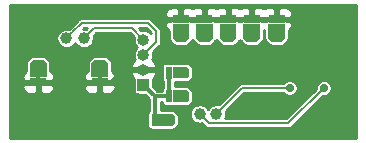
<source format=gbr>
G04 #@! TF.GenerationSoftware,KiCad,Pcbnew,(5.1.5)-3*
G04 #@! TF.CreationDate,2020-05-01T09:54:31-05:00*
G04 #@! TF.ProjectId,I2CSensors,49324353-656e-4736-9f72-732e6b696361,rev?*
G04 #@! TF.SameCoordinates,Original*
G04 #@! TF.FileFunction,Copper,L2,Bot*
G04 #@! TF.FilePolarity,Positive*
%FSLAX46Y46*%
G04 Gerber Fmt 4.6, Leading zero omitted, Abs format (unit mm)*
G04 Created by KiCad (PCBNEW (5.1.5)-3) date 2020-05-01 09:54:31*
%MOMM*%
%LPD*%
G04 APERTURE LIST*
%ADD10C,0.100000*%
%ADD11C,0.910000*%
%ADD12R,1.400000X0.800000*%
%ADD13O,1.000000X1.000000*%
%ADD14R,1.000000X1.000000*%
%ADD15R,0.600000X1.000000*%
%ADD16C,0.710000*%
%ADD17C,0.700000*%
%ADD18C,1.000000*%
%ADD19C,0.304800*%
%ADD20C,0.300000*%
%ADD21C,0.200000*%
%ADD22C,0.254000*%
G04 APERTURE END LIST*
D10*
G36*
X117900000Y-83800000D02*
G01*
X117900000Y-84700000D01*
X117600000Y-85000000D01*
X116800000Y-85000000D01*
X116500000Y-84700000D01*
X116500000Y-83800000D01*
X116500000Y-83500000D01*
X117200000Y-83500000D01*
X117900000Y-83500000D01*
X117900000Y-83800000D01*
G37*
G36*
X124000000Y-83800000D02*
G01*
X124000000Y-84700000D01*
X123700000Y-85000000D01*
X122900000Y-85000000D01*
X122600000Y-84700000D01*
X122600000Y-83800000D01*
X122600000Y-83500000D01*
X123300000Y-83500000D01*
X124000000Y-83500000D01*
X124000000Y-83800000D01*
G37*
G36*
X121900000Y-83800000D02*
G01*
X121900000Y-84700000D01*
X121600000Y-85000000D01*
X120800000Y-85000000D01*
X120500000Y-84700000D01*
X120500000Y-83800000D01*
X120500000Y-83500000D01*
X121200000Y-83500000D01*
X121900000Y-83500000D01*
X121900000Y-83800000D01*
G37*
G36*
X119900000Y-83800000D02*
G01*
X119900000Y-84700000D01*
X119600000Y-85000000D01*
X118800000Y-85000000D01*
X118500000Y-84700000D01*
X118500000Y-83800000D01*
X118500000Y-83500000D01*
X119200000Y-83500000D01*
X119900000Y-83500000D01*
X119900000Y-83800000D01*
G37*
G36*
X107632000Y-87708000D02*
G01*
X107632000Y-86808000D01*
X107932000Y-86508000D01*
X108732000Y-86508000D01*
X109032000Y-86808000D01*
X109032000Y-87708000D01*
X109032000Y-88008000D01*
X108332000Y-88008000D01*
X107632000Y-88008000D01*
X107632000Y-87708000D01*
G37*
G36*
X102432000Y-87708000D02*
G01*
X102432000Y-86808000D01*
X102732000Y-86508000D01*
X103532000Y-86508000D01*
X103832000Y-86808000D01*
X103832000Y-87708000D01*
X103832000Y-88008000D01*
X103132000Y-88008000D01*
X102432000Y-88008000D01*
X102432000Y-87708000D01*
G37*
G36*
X115900000Y-83800000D02*
G01*
X115900000Y-84700000D01*
X115600000Y-85000000D01*
X114800000Y-85000000D01*
X114500000Y-84700000D01*
X114500000Y-83800000D01*
X114500000Y-83500000D01*
X115200000Y-83500000D01*
X115900000Y-83500000D01*
X115900000Y-83800000D01*
G37*
G36*
X115700000Y-87100000D02*
G01*
X115900000Y-87300000D01*
X115900000Y-87900000D01*
X115700000Y-88100000D01*
X114500000Y-88100000D01*
X114500000Y-87100000D01*
X115700000Y-87100000D01*
G37*
G36*
X115700000Y-89100000D02*
G01*
X115900000Y-89300000D01*
X115900000Y-89900000D01*
X115700000Y-90100000D01*
X114500000Y-90100000D01*
X114500000Y-89100000D01*
X115700000Y-89100000D01*
G37*
G36*
X114500000Y-91100000D02*
G01*
X114700000Y-91300000D01*
X114700000Y-91900000D01*
X114500000Y-92100000D01*
X113300000Y-92100000D01*
X113300000Y-91100000D01*
X114500000Y-91100000D01*
G37*
D11*
X117200000Y-83900000D03*
X117200000Y-84300000D03*
D12*
X117200000Y-83100000D03*
D11*
X123300000Y-83900000D03*
X123300000Y-84300000D03*
D12*
X123300000Y-83100000D03*
D11*
X121200000Y-83900000D03*
X121200000Y-84300000D03*
D12*
X121200000Y-83100000D03*
D11*
X119200000Y-83900000D03*
X119200000Y-84300000D03*
D12*
X119200000Y-83100000D03*
D13*
X112032000Y-84817000D03*
X112032000Y-86087000D03*
X112032000Y-87357000D03*
D14*
X112032000Y-88627000D03*
D11*
X108332000Y-87608000D03*
X108332000Y-87208000D03*
D12*
X108332000Y-88408000D03*
D11*
X103132000Y-87608000D03*
X103132000Y-87208000D03*
D12*
X103132000Y-88408000D03*
D11*
X115200000Y-83900000D03*
X115200000Y-84300000D03*
D12*
X115200000Y-83100000D03*
D15*
X114200000Y-87600000D03*
D16*
X115375000Y-87600000D03*
X115025000Y-87600000D03*
D15*
X114200000Y-89600000D03*
D16*
X115375000Y-89600000D03*
X115025000Y-89600000D03*
D15*
X113000000Y-91600000D03*
D16*
X114175000Y-91600000D03*
X113825000Y-91600000D03*
D17*
X104000000Y-89700000D03*
D18*
X108500000Y-84700000D03*
X107000000Y-84700000D03*
X105500000Y-84700000D03*
D17*
X127300032Y-88900000D03*
D18*
X116800000Y-91099991D03*
D17*
X124400000Y-88900000D03*
D18*
X118200000Y-91100000D03*
D19*
X114200000Y-87600000D02*
X114200000Y-89600000D01*
X113005000Y-89600000D02*
X112032000Y-88627000D01*
X114200000Y-89600000D02*
X113005000Y-89600000D01*
D20*
X113000000Y-89605000D02*
X113005000Y-89600000D01*
X113000000Y-91600000D02*
X113000000Y-89605000D01*
D21*
X111324894Y-87357000D02*
X112032000Y-87357000D01*
X110283000Y-87357000D02*
X111324894Y-87357000D01*
X109232000Y-88408000D02*
X110283000Y-87357000D01*
X108332000Y-88408000D02*
X109232000Y-88408000D01*
X103132000Y-88408000D02*
X108332000Y-88408000D01*
X111157000Y-87357000D02*
X108500000Y-84700000D01*
X112032000Y-87357000D02*
X111157000Y-87357000D01*
X112032000Y-84817000D02*
X111064998Y-83849998D01*
X107499999Y-84200001D02*
X107000000Y-84700000D01*
X111064998Y-83849998D02*
X107850002Y-83849998D01*
X107850002Y-83849998D02*
X107499999Y-84200001D01*
X112400000Y-83400000D02*
X106800000Y-83400000D01*
X105999999Y-84200001D02*
X105500000Y-84700000D01*
X113100000Y-84100000D02*
X112400000Y-83400000D01*
X112032000Y-86087000D02*
X113100000Y-85019000D01*
X113100000Y-85019000D02*
X113100000Y-84100000D01*
X106800000Y-83400000D02*
X105999999Y-84200001D01*
X124300030Y-91900002D02*
X117600011Y-91900002D01*
X127300032Y-88900000D02*
X124300030Y-91900002D01*
X117600011Y-91900002D02*
X117299999Y-91599990D01*
X117299999Y-91599990D02*
X116800000Y-91099991D01*
X120400000Y-88900000D02*
X118699999Y-90600001D01*
X118699999Y-90600001D02*
X118200000Y-91100000D01*
X124400000Y-88900000D02*
X120400000Y-88900000D01*
D22*
G36*
X130044801Y-93144800D02*
G01*
X100755200Y-93144800D01*
X100755200Y-88808000D01*
X101793928Y-88808000D01*
X101806188Y-88932482D01*
X101842498Y-89052180D01*
X101901463Y-89162494D01*
X101980815Y-89259185D01*
X102077506Y-89338537D01*
X102187820Y-89397502D01*
X102307518Y-89433812D01*
X102432000Y-89446072D01*
X102846250Y-89443000D01*
X103005000Y-89284250D01*
X103005000Y-88535000D01*
X103259000Y-88535000D01*
X103259000Y-89284250D01*
X103417750Y-89443000D01*
X103832000Y-89446072D01*
X103956482Y-89433812D01*
X104076180Y-89397502D01*
X104186494Y-89338537D01*
X104283185Y-89259185D01*
X104362537Y-89162494D01*
X104421502Y-89052180D01*
X104457812Y-88932482D01*
X104470072Y-88808000D01*
X106993928Y-88808000D01*
X107006188Y-88932482D01*
X107042498Y-89052180D01*
X107101463Y-89162494D01*
X107180815Y-89259185D01*
X107277506Y-89338537D01*
X107387820Y-89397502D01*
X107507518Y-89433812D01*
X107632000Y-89446072D01*
X108046250Y-89443000D01*
X108205000Y-89284250D01*
X108205000Y-88535000D01*
X108459000Y-88535000D01*
X108459000Y-89284250D01*
X108617750Y-89443000D01*
X109032000Y-89446072D01*
X109156482Y-89433812D01*
X109276180Y-89397502D01*
X109386494Y-89338537D01*
X109483185Y-89259185D01*
X109562537Y-89162494D01*
X109621502Y-89052180D01*
X109657812Y-88932482D01*
X109670072Y-88808000D01*
X109667000Y-88693750D01*
X109508250Y-88535000D01*
X108459000Y-88535000D01*
X108205000Y-88535000D01*
X107155750Y-88535000D01*
X106997000Y-88693750D01*
X106993928Y-88808000D01*
X104470072Y-88808000D01*
X104467000Y-88693750D01*
X104308250Y-88535000D01*
X103259000Y-88535000D01*
X103005000Y-88535000D01*
X101955750Y-88535000D01*
X101797000Y-88693750D01*
X101793928Y-88808000D01*
X100755200Y-88808000D01*
X100755200Y-88008000D01*
X101793928Y-88008000D01*
X101797000Y-88122250D01*
X101955750Y-88281000D01*
X102246445Y-88281000D01*
X102246463Y-88281010D01*
X102247355Y-88281748D01*
X102274705Y-88296537D01*
X102301920Y-88311498D01*
X102303022Y-88311848D01*
X102304042Y-88312399D01*
X102333793Y-88321609D01*
X102363348Y-88330984D01*
X102364495Y-88331113D01*
X102365604Y-88331456D01*
X102396545Y-88334708D01*
X102427390Y-88338168D01*
X102429613Y-88338183D01*
X102429695Y-88338192D01*
X102429777Y-88338185D01*
X102432000Y-88338200D01*
X102843033Y-88338200D01*
X102902966Y-88363025D01*
X103054665Y-88393200D01*
X103209335Y-88393200D01*
X103361034Y-88363025D01*
X103420967Y-88338200D01*
X103832000Y-88338200D01*
X103862914Y-88335169D01*
X103893873Y-88332351D01*
X103894984Y-88332024D01*
X103896136Y-88331911D01*
X103925870Y-88322934D01*
X103955695Y-88314156D01*
X103956721Y-88313619D01*
X103957829Y-88313285D01*
X103985268Y-88298696D01*
X104012805Y-88284300D01*
X104013706Y-88283575D01*
X104014730Y-88283031D01*
X104017220Y-88281000D01*
X104308250Y-88281000D01*
X104467000Y-88122250D01*
X104470072Y-88008000D01*
X106993928Y-88008000D01*
X106997000Y-88122250D01*
X107155750Y-88281000D01*
X107446445Y-88281000D01*
X107446463Y-88281010D01*
X107447355Y-88281748D01*
X107474705Y-88296537D01*
X107501920Y-88311498D01*
X107503022Y-88311848D01*
X107504042Y-88312399D01*
X107533793Y-88321609D01*
X107563348Y-88330984D01*
X107564495Y-88331113D01*
X107565604Y-88331456D01*
X107596545Y-88334708D01*
X107627390Y-88338168D01*
X107629613Y-88338183D01*
X107629695Y-88338192D01*
X107629777Y-88338185D01*
X107632000Y-88338200D01*
X108043033Y-88338200D01*
X108102966Y-88363025D01*
X108254665Y-88393200D01*
X108409335Y-88393200D01*
X108561034Y-88363025D01*
X108620967Y-88338200D01*
X109032000Y-88338200D01*
X109062914Y-88335169D01*
X109093873Y-88332351D01*
X109094984Y-88332024D01*
X109096136Y-88331911D01*
X109125870Y-88322934D01*
X109155695Y-88314156D01*
X109156721Y-88313619D01*
X109157829Y-88313285D01*
X109185268Y-88298696D01*
X109212805Y-88284300D01*
X109213706Y-88283575D01*
X109214730Y-88283031D01*
X109217220Y-88281000D01*
X109508250Y-88281000D01*
X109667000Y-88122250D01*
X109670072Y-88008000D01*
X109657812Y-87883518D01*
X109621502Y-87763820D01*
X109565407Y-87658874D01*
X110937881Y-87658874D01*
X110954554Y-87713864D01*
X111044877Y-87917206D01*
X111173135Y-88099020D01*
X111200406Y-88124943D01*
X111200203Y-88127000D01*
X111200203Y-89127000D01*
X111206578Y-89191730D01*
X111225460Y-89253973D01*
X111256121Y-89311337D01*
X111297384Y-89361616D01*
X111347663Y-89402879D01*
X111405027Y-89433540D01*
X111467270Y-89452422D01*
X111532000Y-89458797D01*
X112181297Y-89458797D01*
X112519801Y-89797301D01*
X112519800Y-90821910D01*
X112515663Y-90824121D01*
X112465384Y-90865384D01*
X112424121Y-90915663D01*
X112393460Y-90973027D01*
X112374578Y-91035270D01*
X112368203Y-91100000D01*
X112368203Y-92100000D01*
X112374578Y-92164730D01*
X112393460Y-92226973D01*
X112424121Y-92284337D01*
X112465384Y-92334616D01*
X112515663Y-92375879D01*
X112573027Y-92406540D01*
X112635270Y-92425422D01*
X112700000Y-92431797D01*
X113300000Y-92431797D01*
X113316215Y-92430200D01*
X114500000Y-92430200D01*
X114530349Y-92427224D01*
X114560740Y-92424565D01*
X114562408Y-92424080D01*
X114564136Y-92423911D01*
X114593334Y-92415096D01*
X114622625Y-92406586D01*
X114624167Y-92405787D01*
X114625829Y-92405285D01*
X114652813Y-92390938D01*
X114679840Y-92376928D01*
X114681192Y-92375849D01*
X114682730Y-92375031D01*
X114706388Y-92355736D01*
X114730204Y-92336724D01*
X114732626Y-92334336D01*
X114732670Y-92334300D01*
X114732703Y-92334260D01*
X114733487Y-92333487D01*
X114933487Y-92133486D01*
X114952833Y-92109933D01*
X114972452Y-92086552D01*
X114973289Y-92085030D01*
X114974391Y-92083688D01*
X114988806Y-92056805D01*
X115003498Y-92030080D01*
X115004023Y-92028425D01*
X115004844Y-92026894D01*
X115013776Y-91997681D01*
X115022984Y-91968652D01*
X115023177Y-91966930D01*
X115023686Y-91965266D01*
X115026771Y-91934893D01*
X115030168Y-91904610D01*
X115030192Y-91901215D01*
X115030198Y-91901152D01*
X115030192Y-91901093D01*
X115030200Y-91900000D01*
X115030200Y-91300000D01*
X115027224Y-91269651D01*
X115024565Y-91239260D01*
X115024080Y-91237592D01*
X115023911Y-91235864D01*
X115015096Y-91206666D01*
X115006586Y-91177375D01*
X115005787Y-91175833D01*
X115005285Y-91174171D01*
X114990959Y-91147227D01*
X114976929Y-91120160D01*
X114975847Y-91118804D01*
X114975031Y-91117270D01*
X114955758Y-91093639D01*
X114936724Y-91069796D01*
X114934339Y-91067378D01*
X114934300Y-91067330D01*
X114934256Y-91067293D01*
X114933487Y-91066514D01*
X114885197Y-91018223D01*
X115969800Y-91018223D01*
X115969800Y-91181759D01*
X116001704Y-91342151D01*
X116064286Y-91493238D01*
X116155142Y-91629213D01*
X116270778Y-91744849D01*
X116406753Y-91835705D01*
X116557840Y-91898287D01*
X116718232Y-91930191D01*
X116881768Y-91930191D01*
X116998571Y-91906957D01*
X117010741Y-91919127D01*
X117010752Y-91919136D01*
X117280868Y-92189253D01*
X117294342Y-92205671D01*
X117359849Y-92259431D01*
X117434584Y-92299378D01*
X117515677Y-92323977D01*
X117578882Y-92330202D01*
X117578883Y-92330202D01*
X117600010Y-92332283D01*
X117621137Y-92330202D01*
X124278903Y-92330202D01*
X124300030Y-92332283D01*
X124321157Y-92330202D01*
X124321159Y-92330202D01*
X124384364Y-92323977D01*
X124465457Y-92299378D01*
X124540192Y-92259431D01*
X124605699Y-92205671D01*
X124619177Y-92189248D01*
X127229025Y-89579402D01*
X127233038Y-89580200D01*
X127367026Y-89580200D01*
X127498439Y-89554060D01*
X127622227Y-89502785D01*
X127733634Y-89428346D01*
X127828378Y-89333602D01*
X127902817Y-89222195D01*
X127954092Y-89098407D01*
X127980232Y-88966994D01*
X127980232Y-88833006D01*
X127954092Y-88701593D01*
X127902817Y-88577805D01*
X127828378Y-88466398D01*
X127733634Y-88371654D01*
X127622227Y-88297215D01*
X127498439Y-88245940D01*
X127367026Y-88219800D01*
X127233038Y-88219800D01*
X127101625Y-88245940D01*
X126977837Y-88297215D01*
X126866430Y-88371654D01*
X126771686Y-88466398D01*
X126697247Y-88577805D01*
X126645972Y-88701593D01*
X126619832Y-88833006D01*
X126619832Y-88966994D01*
X126620630Y-88971007D01*
X124121837Y-91469802D01*
X118945425Y-91469802D01*
X118998296Y-91342160D01*
X119030200Y-91181768D01*
X119030200Y-91018232D01*
X119006966Y-90901429D01*
X119019136Y-90889259D01*
X119019145Y-90889248D01*
X120578195Y-89330200D01*
X123869381Y-89330200D01*
X123871654Y-89333602D01*
X123966398Y-89428346D01*
X124077805Y-89502785D01*
X124201593Y-89554060D01*
X124333006Y-89580200D01*
X124466994Y-89580200D01*
X124598407Y-89554060D01*
X124722195Y-89502785D01*
X124833602Y-89428346D01*
X124928346Y-89333602D01*
X125002785Y-89222195D01*
X125054060Y-89098407D01*
X125080200Y-88966994D01*
X125080200Y-88833006D01*
X125054060Y-88701593D01*
X125002785Y-88577805D01*
X124928346Y-88466398D01*
X124833602Y-88371654D01*
X124722195Y-88297215D01*
X124598407Y-88245940D01*
X124466994Y-88219800D01*
X124333006Y-88219800D01*
X124201593Y-88245940D01*
X124077805Y-88297215D01*
X123966398Y-88371654D01*
X123871654Y-88466398D01*
X123869381Y-88469800D01*
X120421118Y-88469800D01*
X120399999Y-88467720D01*
X120378880Y-88469800D01*
X120378871Y-88469800D01*
X120315666Y-88476025D01*
X120234573Y-88500624D01*
X120159838Y-88540571D01*
X120094331Y-88594331D01*
X120080862Y-88610743D01*
X118410752Y-90280855D01*
X118410741Y-90280864D01*
X118398571Y-90293034D01*
X118281768Y-90269800D01*
X118118232Y-90269800D01*
X117957840Y-90301704D01*
X117806753Y-90364286D01*
X117670778Y-90455142D01*
X117555142Y-90570778D01*
X117500003Y-90653299D01*
X117444858Y-90570769D01*
X117329222Y-90455133D01*
X117193247Y-90364277D01*
X117042160Y-90301695D01*
X116881768Y-90269791D01*
X116718232Y-90269791D01*
X116557840Y-90301695D01*
X116406753Y-90364277D01*
X116270778Y-90455133D01*
X116155142Y-90570769D01*
X116064286Y-90706744D01*
X116001704Y-90857831D01*
X115969800Y-91018223D01*
X114885197Y-91018223D01*
X114733487Y-90866513D01*
X114709887Y-90847128D01*
X114686552Y-90827548D01*
X114685033Y-90826713D01*
X114683689Y-90825609D01*
X114656765Y-90811172D01*
X114630080Y-90796502D01*
X114628428Y-90795978D01*
X114626895Y-90795156D01*
X114597654Y-90786216D01*
X114568652Y-90777016D01*
X114566932Y-90776823D01*
X114565267Y-90776314D01*
X114534884Y-90773228D01*
X114504610Y-90769832D01*
X114501216Y-90769808D01*
X114501153Y-90769802D01*
X114501094Y-90769808D01*
X114500000Y-90769800D01*
X113480200Y-90769800D01*
X113480200Y-90082600D01*
X113568203Y-90082600D01*
X113568203Y-90100000D01*
X113574578Y-90164730D01*
X113593460Y-90226973D01*
X113624121Y-90284337D01*
X113665384Y-90334616D01*
X113715663Y-90375879D01*
X113773027Y-90406540D01*
X113835270Y-90425422D01*
X113900000Y-90431797D01*
X114500000Y-90431797D01*
X114516215Y-90430200D01*
X115700000Y-90430200D01*
X115730349Y-90427224D01*
X115760740Y-90424565D01*
X115762408Y-90424080D01*
X115764136Y-90423911D01*
X115793334Y-90415096D01*
X115822625Y-90406586D01*
X115824167Y-90405787D01*
X115825829Y-90405285D01*
X115852813Y-90390938D01*
X115879840Y-90376928D01*
X115881192Y-90375849D01*
X115882730Y-90375031D01*
X115906388Y-90355736D01*
X115930204Y-90336724D01*
X115932626Y-90334336D01*
X115932670Y-90334300D01*
X115932703Y-90334260D01*
X115933487Y-90333487D01*
X116133487Y-90133486D01*
X116152833Y-90109933D01*
X116172452Y-90086552D01*
X116173289Y-90085030D01*
X116174391Y-90083688D01*
X116188806Y-90056805D01*
X116203498Y-90030080D01*
X116204023Y-90028425D01*
X116204844Y-90026894D01*
X116213776Y-89997681D01*
X116222984Y-89968652D01*
X116223177Y-89966930D01*
X116223686Y-89965266D01*
X116226771Y-89934893D01*
X116230168Y-89904610D01*
X116230192Y-89901215D01*
X116230198Y-89901152D01*
X116230192Y-89901093D01*
X116230200Y-89900000D01*
X116230200Y-89300000D01*
X116227224Y-89269651D01*
X116224565Y-89239260D01*
X116224080Y-89237592D01*
X116223911Y-89235864D01*
X116215096Y-89206666D01*
X116206586Y-89177375D01*
X116205787Y-89175833D01*
X116205285Y-89174171D01*
X116190959Y-89147227D01*
X116176929Y-89120160D01*
X116175847Y-89118804D01*
X116175031Y-89117270D01*
X116155758Y-89093639D01*
X116136724Y-89069796D01*
X116134339Y-89067378D01*
X116134300Y-89067330D01*
X116134256Y-89067293D01*
X116133487Y-89066514D01*
X115933487Y-88866513D01*
X115909887Y-88847128D01*
X115886552Y-88827548D01*
X115885033Y-88826713D01*
X115883689Y-88825609D01*
X115856765Y-88811172D01*
X115830080Y-88796502D01*
X115828428Y-88795978D01*
X115826895Y-88795156D01*
X115797654Y-88786216D01*
X115768652Y-88777016D01*
X115766932Y-88776823D01*
X115765267Y-88776314D01*
X115734884Y-88773228D01*
X115704610Y-88769832D01*
X115701216Y-88769808D01*
X115701153Y-88769802D01*
X115701094Y-88769808D01*
X115700000Y-88769800D01*
X114682600Y-88769800D01*
X114682600Y-88430200D01*
X115700000Y-88430200D01*
X115730349Y-88427224D01*
X115760740Y-88424565D01*
X115762408Y-88424080D01*
X115764136Y-88423911D01*
X115793334Y-88415096D01*
X115822625Y-88406586D01*
X115824167Y-88405787D01*
X115825829Y-88405285D01*
X115852813Y-88390938D01*
X115879840Y-88376928D01*
X115881192Y-88375849D01*
X115882730Y-88375031D01*
X115906388Y-88355736D01*
X115930204Y-88336724D01*
X115932626Y-88334336D01*
X115932670Y-88334300D01*
X115932703Y-88334260D01*
X115933487Y-88333487D01*
X116133487Y-88133486D01*
X116152833Y-88109933D01*
X116172452Y-88086552D01*
X116173289Y-88085030D01*
X116174391Y-88083688D01*
X116188806Y-88056805D01*
X116203498Y-88030080D01*
X116204023Y-88028425D01*
X116204844Y-88026894D01*
X116213776Y-87997681D01*
X116222984Y-87968652D01*
X116223177Y-87966930D01*
X116223686Y-87965266D01*
X116226771Y-87934893D01*
X116230168Y-87904610D01*
X116230192Y-87901215D01*
X116230198Y-87901152D01*
X116230192Y-87901093D01*
X116230200Y-87900000D01*
X116230200Y-87300000D01*
X116227224Y-87269651D01*
X116224565Y-87239260D01*
X116224080Y-87237592D01*
X116223911Y-87235864D01*
X116215096Y-87206666D01*
X116206586Y-87177375D01*
X116205787Y-87175833D01*
X116205285Y-87174171D01*
X116190959Y-87147227D01*
X116176929Y-87120160D01*
X116175847Y-87118804D01*
X116175031Y-87117270D01*
X116155758Y-87093639D01*
X116136724Y-87069796D01*
X116134339Y-87067378D01*
X116134300Y-87067330D01*
X116134256Y-87067293D01*
X116133487Y-87066514D01*
X115933487Y-86866513D01*
X115909887Y-86847128D01*
X115886552Y-86827548D01*
X115885033Y-86826713D01*
X115883689Y-86825609D01*
X115856765Y-86811172D01*
X115830080Y-86796502D01*
X115828428Y-86795978D01*
X115826895Y-86795156D01*
X115797654Y-86786216D01*
X115768652Y-86777016D01*
X115766932Y-86776823D01*
X115765267Y-86776314D01*
X115734884Y-86773228D01*
X115704610Y-86769832D01*
X115701216Y-86769808D01*
X115701153Y-86769802D01*
X115701094Y-86769808D01*
X115700000Y-86769800D01*
X114516215Y-86769800D01*
X114500000Y-86768203D01*
X113900000Y-86768203D01*
X113835270Y-86774578D01*
X113773027Y-86793460D01*
X113715663Y-86824121D01*
X113665384Y-86865384D01*
X113624121Y-86915663D01*
X113593460Y-86973027D01*
X113574578Y-87035270D01*
X113568203Y-87100000D01*
X113568203Y-88100000D01*
X113574578Y-88164730D01*
X113593460Y-88226973D01*
X113624121Y-88284337D01*
X113665384Y-88334616D01*
X113715663Y-88375879D01*
X113717400Y-88376808D01*
X113717401Y-88823192D01*
X113715663Y-88824121D01*
X113665384Y-88865384D01*
X113624121Y-88915663D01*
X113593460Y-88973027D01*
X113574578Y-89035270D01*
X113568203Y-89100000D01*
X113568203Y-89117400D01*
X113204900Y-89117400D01*
X112863797Y-88776297D01*
X112863797Y-88127000D01*
X112863594Y-88124943D01*
X112890865Y-88099020D01*
X113019123Y-87917206D01*
X113109446Y-87713864D01*
X113126119Y-87658874D01*
X112999954Y-87484000D01*
X112159000Y-87484000D01*
X112159000Y-87504000D01*
X111905000Y-87504000D01*
X111905000Y-87484000D01*
X111064046Y-87484000D01*
X110937881Y-87658874D01*
X109565407Y-87658874D01*
X109562537Y-87653506D01*
X109483185Y-87556815D01*
X109386494Y-87477463D01*
X109362200Y-87464477D01*
X109362200Y-86808000D01*
X109359224Y-86777655D01*
X109356565Y-86747259D01*
X109356080Y-86745591D01*
X109355911Y-86743864D01*
X109347099Y-86714678D01*
X109338586Y-86685375D01*
X109337787Y-86683833D01*
X109337285Y-86682171D01*
X109322938Y-86655187D01*
X109308928Y-86628160D01*
X109307849Y-86626808D01*
X109307031Y-86625270D01*
X109287736Y-86601612D01*
X109268724Y-86577796D01*
X109266336Y-86575374D01*
X109266300Y-86575330D01*
X109266260Y-86575297D01*
X109265487Y-86574513D01*
X108965487Y-86274513D01*
X108941887Y-86255128D01*
X108918552Y-86235548D01*
X108917033Y-86234713D01*
X108915689Y-86233609D01*
X108888765Y-86219172D01*
X108862080Y-86204502D01*
X108860428Y-86203978D01*
X108858895Y-86203156D01*
X108829654Y-86194216D01*
X108800652Y-86185016D01*
X108798932Y-86184823D01*
X108797267Y-86184314D01*
X108766884Y-86181228D01*
X108736610Y-86177832D01*
X108733216Y-86177808D01*
X108733153Y-86177802D01*
X108733094Y-86177808D01*
X108732000Y-86177800D01*
X107932000Y-86177800D01*
X107901655Y-86180776D01*
X107871259Y-86183435D01*
X107869591Y-86183920D01*
X107867864Y-86184089D01*
X107838678Y-86192901D01*
X107809375Y-86201414D01*
X107807833Y-86202213D01*
X107806171Y-86202715D01*
X107779187Y-86217062D01*
X107752160Y-86231072D01*
X107750808Y-86232151D01*
X107749270Y-86232969D01*
X107725612Y-86252264D01*
X107701796Y-86271276D01*
X107699374Y-86273664D01*
X107699330Y-86273700D01*
X107699297Y-86273740D01*
X107698513Y-86274513D01*
X107398513Y-86574513D01*
X107379142Y-86598096D01*
X107359548Y-86621448D01*
X107358713Y-86622967D01*
X107357609Y-86624311D01*
X107343172Y-86651235D01*
X107328502Y-86677920D01*
X107327978Y-86679572D01*
X107327156Y-86681105D01*
X107318216Y-86710346D01*
X107309016Y-86739348D01*
X107308823Y-86741068D01*
X107308314Y-86742733D01*
X107305228Y-86773116D01*
X107301832Y-86803390D01*
X107301808Y-86806784D01*
X107301802Y-86806847D01*
X107301808Y-86806906D01*
X107301800Y-86808000D01*
X107301800Y-87464477D01*
X107277506Y-87477463D01*
X107180815Y-87556815D01*
X107101463Y-87653506D01*
X107042498Y-87763820D01*
X107006188Y-87883518D01*
X106993928Y-88008000D01*
X104470072Y-88008000D01*
X104457812Y-87883518D01*
X104421502Y-87763820D01*
X104362537Y-87653506D01*
X104283185Y-87556815D01*
X104186494Y-87477463D01*
X104162200Y-87464477D01*
X104162200Y-86808000D01*
X104159224Y-86777655D01*
X104156565Y-86747259D01*
X104156080Y-86745591D01*
X104155911Y-86743864D01*
X104147099Y-86714678D01*
X104138586Y-86685375D01*
X104137787Y-86683833D01*
X104137285Y-86682171D01*
X104122938Y-86655187D01*
X104108928Y-86628160D01*
X104107849Y-86626808D01*
X104107031Y-86625270D01*
X104087736Y-86601612D01*
X104068724Y-86577796D01*
X104066336Y-86575374D01*
X104066300Y-86575330D01*
X104066260Y-86575297D01*
X104065487Y-86574513D01*
X103765487Y-86274513D01*
X103741887Y-86255128D01*
X103718552Y-86235548D01*
X103717033Y-86234713D01*
X103715689Y-86233609D01*
X103688765Y-86219172D01*
X103662080Y-86204502D01*
X103660428Y-86203978D01*
X103658895Y-86203156D01*
X103629654Y-86194216D01*
X103600652Y-86185016D01*
X103598932Y-86184823D01*
X103597267Y-86184314D01*
X103566884Y-86181228D01*
X103536610Y-86177832D01*
X103533216Y-86177808D01*
X103533153Y-86177802D01*
X103533094Y-86177808D01*
X103532000Y-86177800D01*
X102732000Y-86177800D01*
X102701655Y-86180776D01*
X102671259Y-86183435D01*
X102669591Y-86183920D01*
X102667864Y-86184089D01*
X102638678Y-86192901D01*
X102609375Y-86201414D01*
X102607833Y-86202213D01*
X102606171Y-86202715D01*
X102579187Y-86217062D01*
X102552160Y-86231072D01*
X102550808Y-86232151D01*
X102549270Y-86232969D01*
X102525612Y-86252264D01*
X102501796Y-86271276D01*
X102499374Y-86273664D01*
X102499330Y-86273700D01*
X102499297Y-86273740D01*
X102498513Y-86274513D01*
X102198513Y-86574513D01*
X102179142Y-86598096D01*
X102159548Y-86621448D01*
X102158713Y-86622967D01*
X102157609Y-86624311D01*
X102143172Y-86651235D01*
X102128502Y-86677920D01*
X102127978Y-86679572D01*
X102127156Y-86681105D01*
X102118216Y-86710346D01*
X102109016Y-86739348D01*
X102108823Y-86741068D01*
X102108314Y-86742733D01*
X102105228Y-86773116D01*
X102101832Y-86803390D01*
X102101808Y-86806784D01*
X102101802Y-86806847D01*
X102101808Y-86806906D01*
X102101800Y-86808000D01*
X102101800Y-87464477D01*
X102077506Y-87477463D01*
X101980815Y-87556815D01*
X101901463Y-87653506D01*
X101842498Y-87763820D01*
X101806188Y-87883518D01*
X101793928Y-88008000D01*
X100755200Y-88008000D01*
X100755200Y-84618232D01*
X104669800Y-84618232D01*
X104669800Y-84781768D01*
X104701704Y-84942160D01*
X104764286Y-85093247D01*
X104855142Y-85229222D01*
X104970778Y-85344858D01*
X105106753Y-85435714D01*
X105257840Y-85498296D01*
X105418232Y-85530200D01*
X105581768Y-85530200D01*
X105742160Y-85498296D01*
X105893247Y-85435714D01*
X106029222Y-85344858D01*
X106144858Y-85229222D01*
X106235714Y-85093247D01*
X106250000Y-85058757D01*
X106264286Y-85093247D01*
X106355142Y-85229222D01*
X106470778Y-85344858D01*
X106606753Y-85435714D01*
X106757840Y-85498296D01*
X106918232Y-85530200D01*
X107081768Y-85530200D01*
X107242160Y-85498296D01*
X107393247Y-85435714D01*
X107529222Y-85344858D01*
X107644858Y-85229222D01*
X107735714Y-85093247D01*
X107798296Y-84942160D01*
X107830200Y-84781768D01*
X107830200Y-84618232D01*
X107806966Y-84501429D01*
X107819136Y-84489259D01*
X107819145Y-84489248D01*
X108028196Y-84280198D01*
X110886805Y-84280198D01*
X111225034Y-84618428D01*
X111201800Y-84735232D01*
X111201800Y-84898768D01*
X111233704Y-85059160D01*
X111296286Y-85210247D01*
X111387142Y-85346222D01*
X111492920Y-85452000D01*
X111387142Y-85557778D01*
X111296286Y-85693753D01*
X111233704Y-85844840D01*
X111201800Y-86005232D01*
X111201800Y-86168768D01*
X111233704Y-86329160D01*
X111296286Y-86480247D01*
X111303505Y-86491050D01*
X111173135Y-86614980D01*
X111044877Y-86796794D01*
X110954554Y-87000136D01*
X110937881Y-87055126D01*
X111064046Y-87230000D01*
X111905000Y-87230000D01*
X111905000Y-87210000D01*
X112159000Y-87210000D01*
X112159000Y-87230000D01*
X112999954Y-87230000D01*
X113126119Y-87055126D01*
X113109446Y-87000136D01*
X113019123Y-86796794D01*
X112890865Y-86614980D01*
X112760495Y-86491050D01*
X112767714Y-86480247D01*
X112830296Y-86329160D01*
X112862200Y-86168768D01*
X112862200Y-86005232D01*
X112838966Y-85888427D01*
X113389253Y-85338141D01*
X113405669Y-85324669D01*
X113459429Y-85259162D01*
X113499376Y-85184427D01*
X113523975Y-85103334D01*
X113530200Y-85040129D01*
X113530200Y-85040128D01*
X113532281Y-85019001D01*
X113530200Y-84997874D01*
X113530200Y-84121118D01*
X113532280Y-84099999D01*
X113530200Y-84078880D01*
X113530200Y-84078871D01*
X113523975Y-84015666D01*
X113499376Y-83934573D01*
X113459429Y-83859838D01*
X113405669Y-83794331D01*
X113389257Y-83780862D01*
X113108395Y-83500000D01*
X113861928Y-83500000D01*
X113874188Y-83624482D01*
X113910498Y-83744180D01*
X113969463Y-83854494D01*
X114048815Y-83951185D01*
X114145506Y-84030537D01*
X114169800Y-84043523D01*
X114169800Y-84700000D01*
X114172776Y-84730349D01*
X114175435Y-84760740D01*
X114175920Y-84762408D01*
X114176089Y-84764136D01*
X114184904Y-84793334D01*
X114193414Y-84822625D01*
X114194213Y-84824167D01*
X114194715Y-84825829D01*
X114209062Y-84852813D01*
X114223072Y-84879840D01*
X114224151Y-84881192D01*
X114224969Y-84882730D01*
X114244264Y-84906388D01*
X114263276Y-84930204D01*
X114265664Y-84932626D01*
X114265700Y-84932670D01*
X114265740Y-84932703D01*
X114266513Y-84933487D01*
X114566513Y-85233487D01*
X114590113Y-85252872D01*
X114613448Y-85272452D01*
X114614967Y-85273287D01*
X114616311Y-85274391D01*
X114643235Y-85288828D01*
X114669920Y-85303498D01*
X114671572Y-85304022D01*
X114673105Y-85304844D01*
X114702346Y-85313784D01*
X114731348Y-85322984D01*
X114733068Y-85323177D01*
X114734733Y-85323686D01*
X114765116Y-85326772D01*
X114795390Y-85330168D01*
X114798784Y-85330192D01*
X114798847Y-85330198D01*
X114798906Y-85330192D01*
X114800000Y-85330200D01*
X115600000Y-85330200D01*
X115630349Y-85327224D01*
X115660740Y-85324565D01*
X115662408Y-85324080D01*
X115664136Y-85323911D01*
X115693334Y-85315096D01*
X115722625Y-85306586D01*
X115724167Y-85305787D01*
X115725829Y-85305285D01*
X115752813Y-85290938D01*
X115779840Y-85276928D01*
X115781192Y-85275849D01*
X115782730Y-85275031D01*
X115806388Y-85255736D01*
X115830204Y-85236724D01*
X115832626Y-85234336D01*
X115832670Y-85234300D01*
X115832703Y-85234260D01*
X115833487Y-85233487D01*
X116133487Y-84933487D01*
X116152872Y-84909887D01*
X116172452Y-84886552D01*
X116173287Y-84885033D01*
X116174391Y-84883689D01*
X116188828Y-84856765D01*
X116200182Y-84836111D01*
X116209062Y-84852813D01*
X116223072Y-84879840D01*
X116224151Y-84881192D01*
X116224969Y-84882730D01*
X116244264Y-84906388D01*
X116263276Y-84930204D01*
X116265664Y-84932626D01*
X116265700Y-84932670D01*
X116265740Y-84932703D01*
X116266513Y-84933487D01*
X116566513Y-85233487D01*
X116590113Y-85252872D01*
X116613448Y-85272452D01*
X116614967Y-85273287D01*
X116616311Y-85274391D01*
X116643235Y-85288828D01*
X116669920Y-85303498D01*
X116671572Y-85304022D01*
X116673105Y-85304844D01*
X116702346Y-85313784D01*
X116731348Y-85322984D01*
X116733068Y-85323177D01*
X116734733Y-85323686D01*
X116765116Y-85326772D01*
X116795390Y-85330168D01*
X116798784Y-85330192D01*
X116798847Y-85330198D01*
X116798906Y-85330192D01*
X116800000Y-85330200D01*
X117600000Y-85330200D01*
X117630349Y-85327224D01*
X117660740Y-85324565D01*
X117662408Y-85324080D01*
X117664136Y-85323911D01*
X117693334Y-85315096D01*
X117722625Y-85306586D01*
X117724167Y-85305787D01*
X117725829Y-85305285D01*
X117752813Y-85290938D01*
X117779840Y-85276928D01*
X117781192Y-85275849D01*
X117782730Y-85275031D01*
X117806388Y-85255736D01*
X117830204Y-85236724D01*
X117832626Y-85234336D01*
X117832670Y-85234300D01*
X117832703Y-85234260D01*
X117833487Y-85233487D01*
X118133487Y-84933487D01*
X118152872Y-84909887D01*
X118172452Y-84886552D01*
X118173287Y-84885033D01*
X118174391Y-84883689D01*
X118188828Y-84856765D01*
X118200182Y-84836111D01*
X118209062Y-84852813D01*
X118223072Y-84879840D01*
X118224151Y-84881192D01*
X118224969Y-84882730D01*
X118244264Y-84906388D01*
X118263276Y-84930204D01*
X118265664Y-84932626D01*
X118265700Y-84932670D01*
X118265740Y-84932703D01*
X118266513Y-84933487D01*
X118566513Y-85233487D01*
X118590113Y-85252872D01*
X118613448Y-85272452D01*
X118614967Y-85273287D01*
X118616311Y-85274391D01*
X118643235Y-85288828D01*
X118669920Y-85303498D01*
X118671572Y-85304022D01*
X118673105Y-85304844D01*
X118702346Y-85313784D01*
X118731348Y-85322984D01*
X118733068Y-85323177D01*
X118734733Y-85323686D01*
X118765116Y-85326772D01*
X118795390Y-85330168D01*
X118798784Y-85330192D01*
X118798847Y-85330198D01*
X118798906Y-85330192D01*
X118800000Y-85330200D01*
X119600000Y-85330200D01*
X119630349Y-85327224D01*
X119660740Y-85324565D01*
X119662408Y-85324080D01*
X119664136Y-85323911D01*
X119693334Y-85315096D01*
X119722625Y-85306586D01*
X119724167Y-85305787D01*
X119725829Y-85305285D01*
X119752813Y-85290938D01*
X119779840Y-85276928D01*
X119781192Y-85275849D01*
X119782730Y-85275031D01*
X119806388Y-85255736D01*
X119830204Y-85236724D01*
X119832626Y-85234336D01*
X119832670Y-85234300D01*
X119832703Y-85234260D01*
X119833487Y-85233487D01*
X120133487Y-84933487D01*
X120152872Y-84909887D01*
X120172452Y-84886552D01*
X120173287Y-84885033D01*
X120174391Y-84883689D01*
X120188828Y-84856765D01*
X120200182Y-84836111D01*
X120209062Y-84852813D01*
X120223072Y-84879840D01*
X120224151Y-84881192D01*
X120224969Y-84882730D01*
X120244264Y-84906388D01*
X120263276Y-84930204D01*
X120265664Y-84932626D01*
X120265700Y-84932670D01*
X120265740Y-84932703D01*
X120266513Y-84933487D01*
X120566513Y-85233487D01*
X120590113Y-85252872D01*
X120613448Y-85272452D01*
X120614967Y-85273287D01*
X120616311Y-85274391D01*
X120643235Y-85288828D01*
X120669920Y-85303498D01*
X120671572Y-85304022D01*
X120673105Y-85304844D01*
X120702346Y-85313784D01*
X120731348Y-85322984D01*
X120733068Y-85323177D01*
X120734733Y-85323686D01*
X120765116Y-85326772D01*
X120795390Y-85330168D01*
X120798784Y-85330192D01*
X120798847Y-85330198D01*
X120798906Y-85330192D01*
X120800000Y-85330200D01*
X121600000Y-85330200D01*
X121630349Y-85327224D01*
X121660740Y-85324565D01*
X121662408Y-85324080D01*
X121664136Y-85323911D01*
X121693334Y-85315096D01*
X121722625Y-85306586D01*
X121724167Y-85305787D01*
X121725829Y-85305285D01*
X121752813Y-85290938D01*
X121779840Y-85276928D01*
X121781192Y-85275849D01*
X121782730Y-85275031D01*
X121806388Y-85255736D01*
X121830204Y-85236724D01*
X121832626Y-85234336D01*
X121832670Y-85234300D01*
X121832703Y-85234260D01*
X121833487Y-85233487D01*
X122133487Y-84933487D01*
X122152872Y-84909887D01*
X122172452Y-84886552D01*
X122173287Y-84885033D01*
X122174391Y-84883689D01*
X122188828Y-84856765D01*
X122203498Y-84830080D01*
X122204022Y-84828428D01*
X122204844Y-84826895D01*
X122213784Y-84797654D01*
X122222984Y-84768652D01*
X122223177Y-84766932D01*
X122223686Y-84765267D01*
X122226772Y-84734884D01*
X122230168Y-84704610D01*
X122230192Y-84701216D01*
X122230198Y-84701153D01*
X122230192Y-84701094D01*
X122230200Y-84700000D01*
X122230200Y-84043523D01*
X122250000Y-84032939D01*
X122269800Y-84043523D01*
X122269800Y-84700000D01*
X122272776Y-84730349D01*
X122275435Y-84760740D01*
X122275920Y-84762408D01*
X122276089Y-84764136D01*
X122284904Y-84793334D01*
X122293414Y-84822625D01*
X122294213Y-84824167D01*
X122294715Y-84825829D01*
X122309062Y-84852813D01*
X122323072Y-84879840D01*
X122324151Y-84881192D01*
X122324969Y-84882730D01*
X122344264Y-84906388D01*
X122363276Y-84930204D01*
X122365664Y-84932626D01*
X122365700Y-84932670D01*
X122365740Y-84932703D01*
X122366513Y-84933487D01*
X122666513Y-85233487D01*
X122690113Y-85252872D01*
X122713448Y-85272452D01*
X122714967Y-85273287D01*
X122716311Y-85274391D01*
X122743235Y-85288828D01*
X122769920Y-85303498D01*
X122771572Y-85304022D01*
X122773105Y-85304844D01*
X122802346Y-85313784D01*
X122831348Y-85322984D01*
X122833068Y-85323177D01*
X122834733Y-85323686D01*
X122865116Y-85326772D01*
X122895390Y-85330168D01*
X122898784Y-85330192D01*
X122898847Y-85330198D01*
X122898906Y-85330192D01*
X122900000Y-85330200D01*
X123700000Y-85330200D01*
X123730349Y-85327224D01*
X123760740Y-85324565D01*
X123762408Y-85324080D01*
X123764136Y-85323911D01*
X123793334Y-85315096D01*
X123822625Y-85306586D01*
X123824167Y-85305787D01*
X123825829Y-85305285D01*
X123852813Y-85290938D01*
X123879840Y-85276928D01*
X123881192Y-85275849D01*
X123882730Y-85275031D01*
X123906388Y-85255736D01*
X123930204Y-85236724D01*
X123932626Y-85234336D01*
X123932670Y-85234300D01*
X123932703Y-85234260D01*
X123933487Y-85233487D01*
X124233487Y-84933487D01*
X124252872Y-84909887D01*
X124272452Y-84886552D01*
X124273287Y-84885033D01*
X124274391Y-84883689D01*
X124288828Y-84856765D01*
X124303498Y-84830080D01*
X124304022Y-84828428D01*
X124304844Y-84826895D01*
X124313784Y-84797654D01*
X124322984Y-84768652D01*
X124323177Y-84766932D01*
X124323686Y-84765267D01*
X124326772Y-84734884D01*
X124330168Y-84704610D01*
X124330192Y-84701216D01*
X124330198Y-84701153D01*
X124330192Y-84701094D01*
X124330200Y-84700000D01*
X124330200Y-84043523D01*
X124354494Y-84030537D01*
X124451185Y-83951185D01*
X124530537Y-83854494D01*
X124589502Y-83744180D01*
X124625812Y-83624482D01*
X124638072Y-83500000D01*
X124635000Y-83385750D01*
X124476250Y-83227000D01*
X124185555Y-83227000D01*
X124185537Y-83226990D01*
X124184645Y-83226252D01*
X124157295Y-83211463D01*
X124130080Y-83196502D01*
X124128978Y-83196152D01*
X124127958Y-83195601D01*
X124098207Y-83186391D01*
X124068652Y-83177016D01*
X124067505Y-83176887D01*
X124066396Y-83176544D01*
X124035455Y-83173292D01*
X124004610Y-83169832D01*
X124002387Y-83169817D01*
X124002305Y-83169808D01*
X124002223Y-83169815D01*
X124000000Y-83169800D01*
X123588967Y-83169800D01*
X123529034Y-83144975D01*
X123377335Y-83114800D01*
X123222665Y-83114800D01*
X123070966Y-83144975D01*
X123011033Y-83169800D01*
X122600000Y-83169800D01*
X122569086Y-83172831D01*
X122538127Y-83175649D01*
X122537016Y-83175976D01*
X122535864Y-83176089D01*
X122506130Y-83185066D01*
X122476305Y-83193844D01*
X122475279Y-83194381D01*
X122474171Y-83194715D01*
X122446732Y-83209304D01*
X122419195Y-83223700D01*
X122418294Y-83224425D01*
X122417270Y-83224969D01*
X122414780Y-83227000D01*
X122085555Y-83227000D01*
X122085537Y-83226990D01*
X122084645Y-83226252D01*
X122057295Y-83211463D01*
X122030080Y-83196502D01*
X122028978Y-83196152D01*
X122027958Y-83195601D01*
X121998207Y-83186391D01*
X121968652Y-83177016D01*
X121967505Y-83176887D01*
X121966396Y-83176544D01*
X121935455Y-83173292D01*
X121904610Y-83169832D01*
X121902387Y-83169817D01*
X121902305Y-83169808D01*
X121902223Y-83169815D01*
X121900000Y-83169800D01*
X121488967Y-83169800D01*
X121429034Y-83144975D01*
X121277335Y-83114800D01*
X121122665Y-83114800D01*
X120970966Y-83144975D01*
X120911033Y-83169800D01*
X120500000Y-83169800D01*
X120469086Y-83172831D01*
X120438127Y-83175649D01*
X120437016Y-83175976D01*
X120435864Y-83176089D01*
X120406130Y-83185066D01*
X120376305Y-83193844D01*
X120375279Y-83194381D01*
X120374171Y-83194715D01*
X120346732Y-83209304D01*
X120319195Y-83223700D01*
X120318294Y-83224425D01*
X120317270Y-83224969D01*
X120314780Y-83227000D01*
X120085555Y-83227000D01*
X120085537Y-83226990D01*
X120084645Y-83226252D01*
X120057295Y-83211463D01*
X120030080Y-83196502D01*
X120028978Y-83196152D01*
X120027958Y-83195601D01*
X119998207Y-83186391D01*
X119968652Y-83177016D01*
X119967505Y-83176887D01*
X119966396Y-83176544D01*
X119935455Y-83173292D01*
X119904610Y-83169832D01*
X119902387Y-83169817D01*
X119902305Y-83169808D01*
X119902223Y-83169815D01*
X119900000Y-83169800D01*
X119488967Y-83169800D01*
X119429034Y-83144975D01*
X119277335Y-83114800D01*
X119122665Y-83114800D01*
X118970966Y-83144975D01*
X118911033Y-83169800D01*
X118500000Y-83169800D01*
X118469086Y-83172831D01*
X118438127Y-83175649D01*
X118437016Y-83175976D01*
X118435864Y-83176089D01*
X118406130Y-83185066D01*
X118376305Y-83193844D01*
X118375279Y-83194381D01*
X118374171Y-83194715D01*
X118346732Y-83209304D01*
X118319195Y-83223700D01*
X118318294Y-83224425D01*
X118317270Y-83224969D01*
X118314780Y-83227000D01*
X118085555Y-83227000D01*
X118085537Y-83226990D01*
X118084645Y-83226252D01*
X118057295Y-83211463D01*
X118030080Y-83196502D01*
X118028978Y-83196152D01*
X118027958Y-83195601D01*
X117998207Y-83186391D01*
X117968652Y-83177016D01*
X117967505Y-83176887D01*
X117966396Y-83176544D01*
X117935455Y-83173292D01*
X117904610Y-83169832D01*
X117902387Y-83169817D01*
X117902305Y-83169808D01*
X117902223Y-83169815D01*
X117900000Y-83169800D01*
X117488967Y-83169800D01*
X117429034Y-83144975D01*
X117277335Y-83114800D01*
X117122665Y-83114800D01*
X116970966Y-83144975D01*
X116911033Y-83169800D01*
X116500000Y-83169800D01*
X116469086Y-83172831D01*
X116438127Y-83175649D01*
X116437016Y-83175976D01*
X116435864Y-83176089D01*
X116406130Y-83185066D01*
X116376305Y-83193844D01*
X116375279Y-83194381D01*
X116374171Y-83194715D01*
X116346732Y-83209304D01*
X116319195Y-83223700D01*
X116318294Y-83224425D01*
X116317270Y-83224969D01*
X116314780Y-83227000D01*
X116085555Y-83227000D01*
X116085537Y-83226990D01*
X116084645Y-83226252D01*
X116057295Y-83211463D01*
X116030080Y-83196502D01*
X116028978Y-83196152D01*
X116027958Y-83195601D01*
X115998207Y-83186391D01*
X115968652Y-83177016D01*
X115967505Y-83176887D01*
X115966396Y-83176544D01*
X115935455Y-83173292D01*
X115904610Y-83169832D01*
X115902387Y-83169817D01*
X115902305Y-83169808D01*
X115902223Y-83169815D01*
X115900000Y-83169800D01*
X115488967Y-83169800D01*
X115429034Y-83144975D01*
X115277335Y-83114800D01*
X115122665Y-83114800D01*
X114970966Y-83144975D01*
X114911033Y-83169800D01*
X114500000Y-83169800D01*
X114469086Y-83172831D01*
X114438127Y-83175649D01*
X114437016Y-83175976D01*
X114435864Y-83176089D01*
X114406130Y-83185066D01*
X114376305Y-83193844D01*
X114375279Y-83194381D01*
X114374171Y-83194715D01*
X114346732Y-83209304D01*
X114319195Y-83223700D01*
X114318294Y-83224425D01*
X114317270Y-83224969D01*
X114314780Y-83227000D01*
X114023750Y-83227000D01*
X113865000Y-83385750D01*
X113861928Y-83500000D01*
X113108395Y-83500000D01*
X112719146Y-83110753D01*
X112705669Y-83094331D01*
X112640162Y-83040571D01*
X112565427Y-83000624D01*
X112484334Y-82976025D01*
X112421129Y-82969800D01*
X112421127Y-82969800D01*
X112400000Y-82967719D01*
X112378873Y-82969800D01*
X106821126Y-82969800D01*
X106799999Y-82967719D01*
X106778872Y-82969800D01*
X106778871Y-82969800D01*
X106715666Y-82976025D01*
X106634573Y-83000624D01*
X106559838Y-83040571D01*
X106494331Y-83094331D01*
X106480862Y-83110743D01*
X105710752Y-83880855D01*
X105710741Y-83880864D01*
X105698571Y-83893034D01*
X105581768Y-83869800D01*
X105418232Y-83869800D01*
X105257840Y-83901704D01*
X105106753Y-83964286D01*
X104970778Y-84055142D01*
X104855142Y-84170778D01*
X104764286Y-84306753D01*
X104701704Y-84457840D01*
X104669800Y-84618232D01*
X100755200Y-84618232D01*
X100755200Y-82700000D01*
X113861928Y-82700000D01*
X113865000Y-82814250D01*
X114023750Y-82973000D01*
X115073000Y-82973000D01*
X115073000Y-82223750D01*
X115327000Y-82223750D01*
X115327000Y-82973000D01*
X117073000Y-82973000D01*
X117073000Y-82223750D01*
X117327000Y-82223750D01*
X117327000Y-82973000D01*
X119073000Y-82973000D01*
X119073000Y-82223750D01*
X119327000Y-82223750D01*
X119327000Y-82973000D01*
X121073000Y-82973000D01*
X121073000Y-82223750D01*
X121327000Y-82223750D01*
X121327000Y-82973000D01*
X123173000Y-82973000D01*
X123173000Y-82223750D01*
X123427000Y-82223750D01*
X123427000Y-82973000D01*
X124476250Y-82973000D01*
X124635000Y-82814250D01*
X124638072Y-82700000D01*
X124625812Y-82575518D01*
X124589502Y-82455820D01*
X124530537Y-82345506D01*
X124451185Y-82248815D01*
X124354494Y-82169463D01*
X124244180Y-82110498D01*
X124124482Y-82074188D01*
X124000000Y-82061928D01*
X123585750Y-82065000D01*
X123427000Y-82223750D01*
X123173000Y-82223750D01*
X123014250Y-82065000D01*
X122600000Y-82061928D01*
X122475518Y-82074188D01*
X122355820Y-82110498D01*
X122250000Y-82167061D01*
X122144180Y-82110498D01*
X122024482Y-82074188D01*
X121900000Y-82061928D01*
X121485750Y-82065000D01*
X121327000Y-82223750D01*
X121073000Y-82223750D01*
X120914250Y-82065000D01*
X120500000Y-82061928D01*
X120375518Y-82074188D01*
X120255820Y-82110498D01*
X120200000Y-82140335D01*
X120144180Y-82110498D01*
X120024482Y-82074188D01*
X119900000Y-82061928D01*
X119485750Y-82065000D01*
X119327000Y-82223750D01*
X119073000Y-82223750D01*
X118914250Y-82065000D01*
X118500000Y-82061928D01*
X118375518Y-82074188D01*
X118255820Y-82110498D01*
X118200000Y-82140335D01*
X118144180Y-82110498D01*
X118024482Y-82074188D01*
X117900000Y-82061928D01*
X117485750Y-82065000D01*
X117327000Y-82223750D01*
X117073000Y-82223750D01*
X116914250Y-82065000D01*
X116500000Y-82061928D01*
X116375518Y-82074188D01*
X116255820Y-82110498D01*
X116200000Y-82140335D01*
X116144180Y-82110498D01*
X116024482Y-82074188D01*
X115900000Y-82061928D01*
X115485750Y-82065000D01*
X115327000Y-82223750D01*
X115073000Y-82223750D01*
X114914250Y-82065000D01*
X114500000Y-82061928D01*
X114375518Y-82074188D01*
X114255820Y-82110498D01*
X114145506Y-82169463D01*
X114048815Y-82248815D01*
X113969463Y-82345506D01*
X113910498Y-82455820D01*
X113874188Y-82575518D01*
X113861928Y-82700000D01*
X100755200Y-82700000D01*
X100755200Y-81855200D01*
X130044800Y-81855200D01*
X130044801Y-93144800D01*
G37*
X130044801Y-93144800D02*
X100755200Y-93144800D01*
X100755200Y-88808000D01*
X101793928Y-88808000D01*
X101806188Y-88932482D01*
X101842498Y-89052180D01*
X101901463Y-89162494D01*
X101980815Y-89259185D01*
X102077506Y-89338537D01*
X102187820Y-89397502D01*
X102307518Y-89433812D01*
X102432000Y-89446072D01*
X102846250Y-89443000D01*
X103005000Y-89284250D01*
X103005000Y-88535000D01*
X103259000Y-88535000D01*
X103259000Y-89284250D01*
X103417750Y-89443000D01*
X103832000Y-89446072D01*
X103956482Y-89433812D01*
X104076180Y-89397502D01*
X104186494Y-89338537D01*
X104283185Y-89259185D01*
X104362537Y-89162494D01*
X104421502Y-89052180D01*
X104457812Y-88932482D01*
X104470072Y-88808000D01*
X106993928Y-88808000D01*
X107006188Y-88932482D01*
X107042498Y-89052180D01*
X107101463Y-89162494D01*
X107180815Y-89259185D01*
X107277506Y-89338537D01*
X107387820Y-89397502D01*
X107507518Y-89433812D01*
X107632000Y-89446072D01*
X108046250Y-89443000D01*
X108205000Y-89284250D01*
X108205000Y-88535000D01*
X108459000Y-88535000D01*
X108459000Y-89284250D01*
X108617750Y-89443000D01*
X109032000Y-89446072D01*
X109156482Y-89433812D01*
X109276180Y-89397502D01*
X109386494Y-89338537D01*
X109483185Y-89259185D01*
X109562537Y-89162494D01*
X109621502Y-89052180D01*
X109657812Y-88932482D01*
X109670072Y-88808000D01*
X109667000Y-88693750D01*
X109508250Y-88535000D01*
X108459000Y-88535000D01*
X108205000Y-88535000D01*
X107155750Y-88535000D01*
X106997000Y-88693750D01*
X106993928Y-88808000D01*
X104470072Y-88808000D01*
X104467000Y-88693750D01*
X104308250Y-88535000D01*
X103259000Y-88535000D01*
X103005000Y-88535000D01*
X101955750Y-88535000D01*
X101797000Y-88693750D01*
X101793928Y-88808000D01*
X100755200Y-88808000D01*
X100755200Y-88008000D01*
X101793928Y-88008000D01*
X101797000Y-88122250D01*
X101955750Y-88281000D01*
X102246445Y-88281000D01*
X102246463Y-88281010D01*
X102247355Y-88281748D01*
X102274705Y-88296537D01*
X102301920Y-88311498D01*
X102303022Y-88311848D01*
X102304042Y-88312399D01*
X102333793Y-88321609D01*
X102363348Y-88330984D01*
X102364495Y-88331113D01*
X102365604Y-88331456D01*
X102396545Y-88334708D01*
X102427390Y-88338168D01*
X102429613Y-88338183D01*
X102429695Y-88338192D01*
X102429777Y-88338185D01*
X102432000Y-88338200D01*
X102843033Y-88338200D01*
X102902966Y-88363025D01*
X103054665Y-88393200D01*
X103209335Y-88393200D01*
X103361034Y-88363025D01*
X103420967Y-88338200D01*
X103832000Y-88338200D01*
X103862914Y-88335169D01*
X103893873Y-88332351D01*
X103894984Y-88332024D01*
X103896136Y-88331911D01*
X103925870Y-88322934D01*
X103955695Y-88314156D01*
X103956721Y-88313619D01*
X103957829Y-88313285D01*
X103985268Y-88298696D01*
X104012805Y-88284300D01*
X104013706Y-88283575D01*
X104014730Y-88283031D01*
X104017220Y-88281000D01*
X104308250Y-88281000D01*
X104467000Y-88122250D01*
X104470072Y-88008000D01*
X106993928Y-88008000D01*
X106997000Y-88122250D01*
X107155750Y-88281000D01*
X107446445Y-88281000D01*
X107446463Y-88281010D01*
X107447355Y-88281748D01*
X107474705Y-88296537D01*
X107501920Y-88311498D01*
X107503022Y-88311848D01*
X107504042Y-88312399D01*
X107533793Y-88321609D01*
X107563348Y-88330984D01*
X107564495Y-88331113D01*
X107565604Y-88331456D01*
X107596545Y-88334708D01*
X107627390Y-88338168D01*
X107629613Y-88338183D01*
X107629695Y-88338192D01*
X107629777Y-88338185D01*
X107632000Y-88338200D01*
X108043033Y-88338200D01*
X108102966Y-88363025D01*
X108254665Y-88393200D01*
X108409335Y-88393200D01*
X108561034Y-88363025D01*
X108620967Y-88338200D01*
X109032000Y-88338200D01*
X109062914Y-88335169D01*
X109093873Y-88332351D01*
X109094984Y-88332024D01*
X109096136Y-88331911D01*
X109125870Y-88322934D01*
X109155695Y-88314156D01*
X109156721Y-88313619D01*
X109157829Y-88313285D01*
X109185268Y-88298696D01*
X109212805Y-88284300D01*
X109213706Y-88283575D01*
X109214730Y-88283031D01*
X109217220Y-88281000D01*
X109508250Y-88281000D01*
X109667000Y-88122250D01*
X109670072Y-88008000D01*
X109657812Y-87883518D01*
X109621502Y-87763820D01*
X109565407Y-87658874D01*
X110937881Y-87658874D01*
X110954554Y-87713864D01*
X111044877Y-87917206D01*
X111173135Y-88099020D01*
X111200406Y-88124943D01*
X111200203Y-88127000D01*
X111200203Y-89127000D01*
X111206578Y-89191730D01*
X111225460Y-89253973D01*
X111256121Y-89311337D01*
X111297384Y-89361616D01*
X111347663Y-89402879D01*
X111405027Y-89433540D01*
X111467270Y-89452422D01*
X111532000Y-89458797D01*
X112181297Y-89458797D01*
X112519801Y-89797301D01*
X112519800Y-90821910D01*
X112515663Y-90824121D01*
X112465384Y-90865384D01*
X112424121Y-90915663D01*
X112393460Y-90973027D01*
X112374578Y-91035270D01*
X112368203Y-91100000D01*
X112368203Y-92100000D01*
X112374578Y-92164730D01*
X112393460Y-92226973D01*
X112424121Y-92284337D01*
X112465384Y-92334616D01*
X112515663Y-92375879D01*
X112573027Y-92406540D01*
X112635270Y-92425422D01*
X112700000Y-92431797D01*
X113300000Y-92431797D01*
X113316215Y-92430200D01*
X114500000Y-92430200D01*
X114530349Y-92427224D01*
X114560740Y-92424565D01*
X114562408Y-92424080D01*
X114564136Y-92423911D01*
X114593334Y-92415096D01*
X114622625Y-92406586D01*
X114624167Y-92405787D01*
X114625829Y-92405285D01*
X114652813Y-92390938D01*
X114679840Y-92376928D01*
X114681192Y-92375849D01*
X114682730Y-92375031D01*
X114706388Y-92355736D01*
X114730204Y-92336724D01*
X114732626Y-92334336D01*
X114732670Y-92334300D01*
X114732703Y-92334260D01*
X114733487Y-92333487D01*
X114933487Y-92133486D01*
X114952833Y-92109933D01*
X114972452Y-92086552D01*
X114973289Y-92085030D01*
X114974391Y-92083688D01*
X114988806Y-92056805D01*
X115003498Y-92030080D01*
X115004023Y-92028425D01*
X115004844Y-92026894D01*
X115013776Y-91997681D01*
X115022984Y-91968652D01*
X115023177Y-91966930D01*
X115023686Y-91965266D01*
X115026771Y-91934893D01*
X115030168Y-91904610D01*
X115030192Y-91901215D01*
X115030198Y-91901152D01*
X115030192Y-91901093D01*
X115030200Y-91900000D01*
X115030200Y-91300000D01*
X115027224Y-91269651D01*
X115024565Y-91239260D01*
X115024080Y-91237592D01*
X115023911Y-91235864D01*
X115015096Y-91206666D01*
X115006586Y-91177375D01*
X115005787Y-91175833D01*
X115005285Y-91174171D01*
X114990959Y-91147227D01*
X114976929Y-91120160D01*
X114975847Y-91118804D01*
X114975031Y-91117270D01*
X114955758Y-91093639D01*
X114936724Y-91069796D01*
X114934339Y-91067378D01*
X114934300Y-91067330D01*
X114934256Y-91067293D01*
X114933487Y-91066514D01*
X114885197Y-91018223D01*
X115969800Y-91018223D01*
X115969800Y-91181759D01*
X116001704Y-91342151D01*
X116064286Y-91493238D01*
X116155142Y-91629213D01*
X116270778Y-91744849D01*
X116406753Y-91835705D01*
X116557840Y-91898287D01*
X116718232Y-91930191D01*
X116881768Y-91930191D01*
X116998571Y-91906957D01*
X117010741Y-91919127D01*
X117010752Y-91919136D01*
X117280868Y-92189253D01*
X117294342Y-92205671D01*
X117359849Y-92259431D01*
X117434584Y-92299378D01*
X117515677Y-92323977D01*
X117578882Y-92330202D01*
X117578883Y-92330202D01*
X117600010Y-92332283D01*
X117621137Y-92330202D01*
X124278903Y-92330202D01*
X124300030Y-92332283D01*
X124321157Y-92330202D01*
X124321159Y-92330202D01*
X124384364Y-92323977D01*
X124465457Y-92299378D01*
X124540192Y-92259431D01*
X124605699Y-92205671D01*
X124619177Y-92189248D01*
X127229025Y-89579402D01*
X127233038Y-89580200D01*
X127367026Y-89580200D01*
X127498439Y-89554060D01*
X127622227Y-89502785D01*
X127733634Y-89428346D01*
X127828378Y-89333602D01*
X127902817Y-89222195D01*
X127954092Y-89098407D01*
X127980232Y-88966994D01*
X127980232Y-88833006D01*
X127954092Y-88701593D01*
X127902817Y-88577805D01*
X127828378Y-88466398D01*
X127733634Y-88371654D01*
X127622227Y-88297215D01*
X127498439Y-88245940D01*
X127367026Y-88219800D01*
X127233038Y-88219800D01*
X127101625Y-88245940D01*
X126977837Y-88297215D01*
X126866430Y-88371654D01*
X126771686Y-88466398D01*
X126697247Y-88577805D01*
X126645972Y-88701593D01*
X126619832Y-88833006D01*
X126619832Y-88966994D01*
X126620630Y-88971007D01*
X124121837Y-91469802D01*
X118945425Y-91469802D01*
X118998296Y-91342160D01*
X119030200Y-91181768D01*
X119030200Y-91018232D01*
X119006966Y-90901429D01*
X119019136Y-90889259D01*
X119019145Y-90889248D01*
X120578195Y-89330200D01*
X123869381Y-89330200D01*
X123871654Y-89333602D01*
X123966398Y-89428346D01*
X124077805Y-89502785D01*
X124201593Y-89554060D01*
X124333006Y-89580200D01*
X124466994Y-89580200D01*
X124598407Y-89554060D01*
X124722195Y-89502785D01*
X124833602Y-89428346D01*
X124928346Y-89333602D01*
X125002785Y-89222195D01*
X125054060Y-89098407D01*
X125080200Y-88966994D01*
X125080200Y-88833006D01*
X125054060Y-88701593D01*
X125002785Y-88577805D01*
X124928346Y-88466398D01*
X124833602Y-88371654D01*
X124722195Y-88297215D01*
X124598407Y-88245940D01*
X124466994Y-88219800D01*
X124333006Y-88219800D01*
X124201593Y-88245940D01*
X124077805Y-88297215D01*
X123966398Y-88371654D01*
X123871654Y-88466398D01*
X123869381Y-88469800D01*
X120421118Y-88469800D01*
X120399999Y-88467720D01*
X120378880Y-88469800D01*
X120378871Y-88469800D01*
X120315666Y-88476025D01*
X120234573Y-88500624D01*
X120159838Y-88540571D01*
X120094331Y-88594331D01*
X120080862Y-88610743D01*
X118410752Y-90280855D01*
X118410741Y-90280864D01*
X118398571Y-90293034D01*
X118281768Y-90269800D01*
X118118232Y-90269800D01*
X117957840Y-90301704D01*
X117806753Y-90364286D01*
X117670778Y-90455142D01*
X117555142Y-90570778D01*
X117500003Y-90653299D01*
X117444858Y-90570769D01*
X117329222Y-90455133D01*
X117193247Y-90364277D01*
X117042160Y-90301695D01*
X116881768Y-90269791D01*
X116718232Y-90269791D01*
X116557840Y-90301695D01*
X116406753Y-90364277D01*
X116270778Y-90455133D01*
X116155142Y-90570769D01*
X116064286Y-90706744D01*
X116001704Y-90857831D01*
X115969800Y-91018223D01*
X114885197Y-91018223D01*
X114733487Y-90866513D01*
X114709887Y-90847128D01*
X114686552Y-90827548D01*
X114685033Y-90826713D01*
X114683689Y-90825609D01*
X114656765Y-90811172D01*
X114630080Y-90796502D01*
X114628428Y-90795978D01*
X114626895Y-90795156D01*
X114597654Y-90786216D01*
X114568652Y-90777016D01*
X114566932Y-90776823D01*
X114565267Y-90776314D01*
X114534884Y-90773228D01*
X114504610Y-90769832D01*
X114501216Y-90769808D01*
X114501153Y-90769802D01*
X114501094Y-90769808D01*
X114500000Y-90769800D01*
X113480200Y-90769800D01*
X113480200Y-90082600D01*
X113568203Y-90082600D01*
X113568203Y-90100000D01*
X113574578Y-90164730D01*
X113593460Y-90226973D01*
X113624121Y-90284337D01*
X113665384Y-90334616D01*
X113715663Y-90375879D01*
X113773027Y-90406540D01*
X113835270Y-90425422D01*
X113900000Y-90431797D01*
X114500000Y-90431797D01*
X114516215Y-90430200D01*
X115700000Y-90430200D01*
X115730349Y-90427224D01*
X115760740Y-90424565D01*
X115762408Y-90424080D01*
X115764136Y-90423911D01*
X115793334Y-90415096D01*
X115822625Y-90406586D01*
X115824167Y-90405787D01*
X115825829Y-90405285D01*
X115852813Y-90390938D01*
X115879840Y-90376928D01*
X115881192Y-90375849D01*
X115882730Y-90375031D01*
X115906388Y-90355736D01*
X115930204Y-90336724D01*
X115932626Y-90334336D01*
X115932670Y-90334300D01*
X115932703Y-90334260D01*
X115933487Y-90333487D01*
X116133487Y-90133486D01*
X116152833Y-90109933D01*
X116172452Y-90086552D01*
X116173289Y-90085030D01*
X116174391Y-90083688D01*
X116188806Y-90056805D01*
X116203498Y-90030080D01*
X116204023Y-90028425D01*
X116204844Y-90026894D01*
X116213776Y-89997681D01*
X116222984Y-89968652D01*
X116223177Y-89966930D01*
X116223686Y-89965266D01*
X116226771Y-89934893D01*
X116230168Y-89904610D01*
X116230192Y-89901215D01*
X116230198Y-89901152D01*
X116230192Y-89901093D01*
X116230200Y-89900000D01*
X116230200Y-89300000D01*
X116227224Y-89269651D01*
X116224565Y-89239260D01*
X116224080Y-89237592D01*
X116223911Y-89235864D01*
X116215096Y-89206666D01*
X116206586Y-89177375D01*
X116205787Y-89175833D01*
X116205285Y-89174171D01*
X116190959Y-89147227D01*
X116176929Y-89120160D01*
X116175847Y-89118804D01*
X116175031Y-89117270D01*
X116155758Y-89093639D01*
X116136724Y-89069796D01*
X116134339Y-89067378D01*
X116134300Y-89067330D01*
X116134256Y-89067293D01*
X116133487Y-89066514D01*
X115933487Y-88866513D01*
X115909887Y-88847128D01*
X115886552Y-88827548D01*
X115885033Y-88826713D01*
X115883689Y-88825609D01*
X115856765Y-88811172D01*
X115830080Y-88796502D01*
X115828428Y-88795978D01*
X115826895Y-88795156D01*
X115797654Y-88786216D01*
X115768652Y-88777016D01*
X115766932Y-88776823D01*
X115765267Y-88776314D01*
X115734884Y-88773228D01*
X115704610Y-88769832D01*
X115701216Y-88769808D01*
X115701153Y-88769802D01*
X115701094Y-88769808D01*
X115700000Y-88769800D01*
X114682600Y-88769800D01*
X114682600Y-88430200D01*
X115700000Y-88430200D01*
X115730349Y-88427224D01*
X115760740Y-88424565D01*
X115762408Y-88424080D01*
X115764136Y-88423911D01*
X115793334Y-88415096D01*
X115822625Y-88406586D01*
X115824167Y-88405787D01*
X115825829Y-88405285D01*
X115852813Y-88390938D01*
X115879840Y-88376928D01*
X115881192Y-88375849D01*
X115882730Y-88375031D01*
X115906388Y-88355736D01*
X115930204Y-88336724D01*
X115932626Y-88334336D01*
X115932670Y-88334300D01*
X115932703Y-88334260D01*
X115933487Y-88333487D01*
X116133487Y-88133486D01*
X116152833Y-88109933D01*
X116172452Y-88086552D01*
X116173289Y-88085030D01*
X116174391Y-88083688D01*
X116188806Y-88056805D01*
X116203498Y-88030080D01*
X116204023Y-88028425D01*
X116204844Y-88026894D01*
X116213776Y-87997681D01*
X116222984Y-87968652D01*
X116223177Y-87966930D01*
X116223686Y-87965266D01*
X116226771Y-87934893D01*
X116230168Y-87904610D01*
X116230192Y-87901215D01*
X116230198Y-87901152D01*
X116230192Y-87901093D01*
X116230200Y-87900000D01*
X116230200Y-87300000D01*
X116227224Y-87269651D01*
X116224565Y-87239260D01*
X116224080Y-87237592D01*
X116223911Y-87235864D01*
X116215096Y-87206666D01*
X116206586Y-87177375D01*
X116205787Y-87175833D01*
X116205285Y-87174171D01*
X116190959Y-87147227D01*
X116176929Y-87120160D01*
X116175847Y-87118804D01*
X116175031Y-87117270D01*
X116155758Y-87093639D01*
X116136724Y-87069796D01*
X116134339Y-87067378D01*
X116134300Y-87067330D01*
X116134256Y-87067293D01*
X116133487Y-87066514D01*
X115933487Y-86866513D01*
X115909887Y-86847128D01*
X115886552Y-86827548D01*
X115885033Y-86826713D01*
X115883689Y-86825609D01*
X115856765Y-86811172D01*
X115830080Y-86796502D01*
X115828428Y-86795978D01*
X115826895Y-86795156D01*
X115797654Y-86786216D01*
X115768652Y-86777016D01*
X115766932Y-86776823D01*
X115765267Y-86776314D01*
X115734884Y-86773228D01*
X115704610Y-86769832D01*
X115701216Y-86769808D01*
X115701153Y-86769802D01*
X115701094Y-86769808D01*
X115700000Y-86769800D01*
X114516215Y-86769800D01*
X114500000Y-86768203D01*
X113900000Y-86768203D01*
X113835270Y-86774578D01*
X113773027Y-86793460D01*
X113715663Y-86824121D01*
X113665384Y-86865384D01*
X113624121Y-86915663D01*
X113593460Y-86973027D01*
X113574578Y-87035270D01*
X113568203Y-87100000D01*
X113568203Y-88100000D01*
X113574578Y-88164730D01*
X113593460Y-88226973D01*
X113624121Y-88284337D01*
X113665384Y-88334616D01*
X113715663Y-88375879D01*
X113717400Y-88376808D01*
X113717401Y-88823192D01*
X113715663Y-88824121D01*
X113665384Y-88865384D01*
X113624121Y-88915663D01*
X113593460Y-88973027D01*
X113574578Y-89035270D01*
X113568203Y-89100000D01*
X113568203Y-89117400D01*
X113204900Y-89117400D01*
X112863797Y-88776297D01*
X112863797Y-88127000D01*
X112863594Y-88124943D01*
X112890865Y-88099020D01*
X113019123Y-87917206D01*
X113109446Y-87713864D01*
X113126119Y-87658874D01*
X112999954Y-87484000D01*
X112159000Y-87484000D01*
X112159000Y-87504000D01*
X111905000Y-87504000D01*
X111905000Y-87484000D01*
X111064046Y-87484000D01*
X110937881Y-87658874D01*
X109565407Y-87658874D01*
X109562537Y-87653506D01*
X109483185Y-87556815D01*
X109386494Y-87477463D01*
X109362200Y-87464477D01*
X109362200Y-86808000D01*
X109359224Y-86777655D01*
X109356565Y-86747259D01*
X109356080Y-86745591D01*
X109355911Y-86743864D01*
X109347099Y-86714678D01*
X109338586Y-86685375D01*
X109337787Y-86683833D01*
X109337285Y-86682171D01*
X109322938Y-86655187D01*
X109308928Y-86628160D01*
X109307849Y-86626808D01*
X109307031Y-86625270D01*
X109287736Y-86601612D01*
X109268724Y-86577796D01*
X109266336Y-86575374D01*
X109266300Y-86575330D01*
X109266260Y-86575297D01*
X109265487Y-86574513D01*
X108965487Y-86274513D01*
X108941887Y-86255128D01*
X108918552Y-86235548D01*
X108917033Y-86234713D01*
X108915689Y-86233609D01*
X108888765Y-86219172D01*
X108862080Y-86204502D01*
X108860428Y-86203978D01*
X108858895Y-86203156D01*
X108829654Y-86194216D01*
X108800652Y-86185016D01*
X108798932Y-86184823D01*
X108797267Y-86184314D01*
X108766884Y-86181228D01*
X108736610Y-86177832D01*
X108733216Y-86177808D01*
X108733153Y-86177802D01*
X108733094Y-86177808D01*
X108732000Y-86177800D01*
X107932000Y-86177800D01*
X107901655Y-86180776D01*
X107871259Y-86183435D01*
X107869591Y-86183920D01*
X107867864Y-86184089D01*
X107838678Y-86192901D01*
X107809375Y-86201414D01*
X107807833Y-86202213D01*
X107806171Y-86202715D01*
X107779187Y-86217062D01*
X107752160Y-86231072D01*
X107750808Y-86232151D01*
X107749270Y-86232969D01*
X107725612Y-86252264D01*
X107701796Y-86271276D01*
X107699374Y-86273664D01*
X107699330Y-86273700D01*
X107699297Y-86273740D01*
X107698513Y-86274513D01*
X107398513Y-86574513D01*
X107379142Y-86598096D01*
X107359548Y-86621448D01*
X107358713Y-86622967D01*
X107357609Y-86624311D01*
X107343172Y-86651235D01*
X107328502Y-86677920D01*
X107327978Y-86679572D01*
X107327156Y-86681105D01*
X107318216Y-86710346D01*
X107309016Y-86739348D01*
X107308823Y-86741068D01*
X107308314Y-86742733D01*
X107305228Y-86773116D01*
X107301832Y-86803390D01*
X107301808Y-86806784D01*
X107301802Y-86806847D01*
X107301808Y-86806906D01*
X107301800Y-86808000D01*
X107301800Y-87464477D01*
X107277506Y-87477463D01*
X107180815Y-87556815D01*
X107101463Y-87653506D01*
X107042498Y-87763820D01*
X107006188Y-87883518D01*
X106993928Y-88008000D01*
X104470072Y-88008000D01*
X104457812Y-87883518D01*
X104421502Y-87763820D01*
X104362537Y-87653506D01*
X104283185Y-87556815D01*
X104186494Y-87477463D01*
X104162200Y-87464477D01*
X104162200Y-86808000D01*
X104159224Y-86777655D01*
X104156565Y-86747259D01*
X104156080Y-86745591D01*
X104155911Y-86743864D01*
X104147099Y-86714678D01*
X104138586Y-86685375D01*
X104137787Y-86683833D01*
X104137285Y-86682171D01*
X104122938Y-86655187D01*
X104108928Y-86628160D01*
X104107849Y-86626808D01*
X104107031Y-86625270D01*
X104087736Y-86601612D01*
X104068724Y-86577796D01*
X104066336Y-86575374D01*
X104066300Y-86575330D01*
X104066260Y-86575297D01*
X104065487Y-86574513D01*
X103765487Y-86274513D01*
X103741887Y-86255128D01*
X103718552Y-86235548D01*
X103717033Y-86234713D01*
X103715689Y-86233609D01*
X103688765Y-86219172D01*
X103662080Y-86204502D01*
X103660428Y-86203978D01*
X103658895Y-86203156D01*
X103629654Y-86194216D01*
X103600652Y-86185016D01*
X103598932Y-86184823D01*
X103597267Y-86184314D01*
X103566884Y-86181228D01*
X103536610Y-86177832D01*
X103533216Y-86177808D01*
X103533153Y-86177802D01*
X103533094Y-86177808D01*
X103532000Y-86177800D01*
X102732000Y-86177800D01*
X102701655Y-86180776D01*
X102671259Y-86183435D01*
X102669591Y-86183920D01*
X102667864Y-86184089D01*
X102638678Y-86192901D01*
X102609375Y-86201414D01*
X102607833Y-86202213D01*
X102606171Y-86202715D01*
X102579187Y-86217062D01*
X102552160Y-86231072D01*
X102550808Y-86232151D01*
X102549270Y-86232969D01*
X102525612Y-86252264D01*
X102501796Y-86271276D01*
X102499374Y-86273664D01*
X102499330Y-86273700D01*
X102499297Y-86273740D01*
X102498513Y-86274513D01*
X102198513Y-86574513D01*
X102179142Y-86598096D01*
X102159548Y-86621448D01*
X102158713Y-86622967D01*
X102157609Y-86624311D01*
X102143172Y-86651235D01*
X102128502Y-86677920D01*
X102127978Y-86679572D01*
X102127156Y-86681105D01*
X102118216Y-86710346D01*
X102109016Y-86739348D01*
X102108823Y-86741068D01*
X102108314Y-86742733D01*
X102105228Y-86773116D01*
X102101832Y-86803390D01*
X102101808Y-86806784D01*
X102101802Y-86806847D01*
X102101808Y-86806906D01*
X102101800Y-86808000D01*
X102101800Y-87464477D01*
X102077506Y-87477463D01*
X101980815Y-87556815D01*
X101901463Y-87653506D01*
X101842498Y-87763820D01*
X101806188Y-87883518D01*
X101793928Y-88008000D01*
X100755200Y-88008000D01*
X100755200Y-84618232D01*
X104669800Y-84618232D01*
X104669800Y-84781768D01*
X104701704Y-84942160D01*
X104764286Y-85093247D01*
X104855142Y-85229222D01*
X104970778Y-85344858D01*
X105106753Y-85435714D01*
X105257840Y-85498296D01*
X105418232Y-85530200D01*
X105581768Y-85530200D01*
X105742160Y-85498296D01*
X105893247Y-85435714D01*
X106029222Y-85344858D01*
X106144858Y-85229222D01*
X106235714Y-85093247D01*
X106250000Y-85058757D01*
X106264286Y-85093247D01*
X106355142Y-85229222D01*
X106470778Y-85344858D01*
X106606753Y-85435714D01*
X106757840Y-85498296D01*
X106918232Y-85530200D01*
X107081768Y-85530200D01*
X107242160Y-85498296D01*
X107393247Y-85435714D01*
X107529222Y-85344858D01*
X107644858Y-85229222D01*
X107735714Y-85093247D01*
X107798296Y-84942160D01*
X107830200Y-84781768D01*
X107830200Y-84618232D01*
X107806966Y-84501429D01*
X107819136Y-84489259D01*
X107819145Y-84489248D01*
X108028196Y-84280198D01*
X110886805Y-84280198D01*
X111225034Y-84618428D01*
X111201800Y-84735232D01*
X111201800Y-84898768D01*
X111233704Y-85059160D01*
X111296286Y-85210247D01*
X111387142Y-85346222D01*
X111492920Y-85452000D01*
X111387142Y-85557778D01*
X111296286Y-85693753D01*
X111233704Y-85844840D01*
X111201800Y-86005232D01*
X111201800Y-86168768D01*
X111233704Y-86329160D01*
X111296286Y-86480247D01*
X111303505Y-86491050D01*
X111173135Y-86614980D01*
X111044877Y-86796794D01*
X110954554Y-87000136D01*
X110937881Y-87055126D01*
X111064046Y-87230000D01*
X111905000Y-87230000D01*
X111905000Y-87210000D01*
X112159000Y-87210000D01*
X112159000Y-87230000D01*
X112999954Y-87230000D01*
X113126119Y-87055126D01*
X113109446Y-87000136D01*
X113019123Y-86796794D01*
X112890865Y-86614980D01*
X112760495Y-86491050D01*
X112767714Y-86480247D01*
X112830296Y-86329160D01*
X112862200Y-86168768D01*
X112862200Y-86005232D01*
X112838966Y-85888427D01*
X113389253Y-85338141D01*
X113405669Y-85324669D01*
X113459429Y-85259162D01*
X113499376Y-85184427D01*
X113523975Y-85103334D01*
X113530200Y-85040129D01*
X113530200Y-85040128D01*
X113532281Y-85019001D01*
X113530200Y-84997874D01*
X113530200Y-84121118D01*
X113532280Y-84099999D01*
X113530200Y-84078880D01*
X113530200Y-84078871D01*
X113523975Y-84015666D01*
X113499376Y-83934573D01*
X113459429Y-83859838D01*
X113405669Y-83794331D01*
X113389257Y-83780862D01*
X113108395Y-83500000D01*
X113861928Y-83500000D01*
X113874188Y-83624482D01*
X113910498Y-83744180D01*
X113969463Y-83854494D01*
X114048815Y-83951185D01*
X114145506Y-84030537D01*
X114169800Y-84043523D01*
X114169800Y-84700000D01*
X114172776Y-84730349D01*
X114175435Y-84760740D01*
X114175920Y-84762408D01*
X114176089Y-84764136D01*
X114184904Y-84793334D01*
X114193414Y-84822625D01*
X114194213Y-84824167D01*
X114194715Y-84825829D01*
X114209062Y-84852813D01*
X114223072Y-84879840D01*
X114224151Y-84881192D01*
X114224969Y-84882730D01*
X114244264Y-84906388D01*
X114263276Y-84930204D01*
X114265664Y-84932626D01*
X114265700Y-84932670D01*
X114265740Y-84932703D01*
X114266513Y-84933487D01*
X114566513Y-85233487D01*
X114590113Y-85252872D01*
X114613448Y-85272452D01*
X114614967Y-85273287D01*
X114616311Y-85274391D01*
X114643235Y-85288828D01*
X114669920Y-85303498D01*
X114671572Y-85304022D01*
X114673105Y-85304844D01*
X114702346Y-85313784D01*
X114731348Y-85322984D01*
X114733068Y-85323177D01*
X114734733Y-85323686D01*
X114765116Y-85326772D01*
X114795390Y-85330168D01*
X114798784Y-85330192D01*
X114798847Y-85330198D01*
X114798906Y-85330192D01*
X114800000Y-85330200D01*
X115600000Y-85330200D01*
X115630349Y-85327224D01*
X115660740Y-85324565D01*
X115662408Y-85324080D01*
X115664136Y-85323911D01*
X115693334Y-85315096D01*
X115722625Y-85306586D01*
X115724167Y-85305787D01*
X115725829Y-85305285D01*
X115752813Y-85290938D01*
X115779840Y-85276928D01*
X115781192Y-85275849D01*
X115782730Y-85275031D01*
X115806388Y-85255736D01*
X115830204Y-85236724D01*
X115832626Y-85234336D01*
X115832670Y-85234300D01*
X115832703Y-85234260D01*
X115833487Y-85233487D01*
X116133487Y-84933487D01*
X116152872Y-84909887D01*
X116172452Y-84886552D01*
X116173287Y-84885033D01*
X116174391Y-84883689D01*
X116188828Y-84856765D01*
X116200182Y-84836111D01*
X116209062Y-84852813D01*
X116223072Y-84879840D01*
X116224151Y-84881192D01*
X116224969Y-84882730D01*
X116244264Y-84906388D01*
X116263276Y-84930204D01*
X116265664Y-84932626D01*
X116265700Y-84932670D01*
X116265740Y-84932703D01*
X116266513Y-84933487D01*
X116566513Y-85233487D01*
X116590113Y-85252872D01*
X116613448Y-85272452D01*
X116614967Y-85273287D01*
X116616311Y-85274391D01*
X116643235Y-85288828D01*
X116669920Y-85303498D01*
X116671572Y-85304022D01*
X116673105Y-85304844D01*
X116702346Y-85313784D01*
X116731348Y-85322984D01*
X116733068Y-85323177D01*
X116734733Y-85323686D01*
X116765116Y-85326772D01*
X116795390Y-85330168D01*
X116798784Y-85330192D01*
X116798847Y-85330198D01*
X116798906Y-85330192D01*
X116800000Y-85330200D01*
X117600000Y-85330200D01*
X117630349Y-85327224D01*
X117660740Y-85324565D01*
X117662408Y-85324080D01*
X117664136Y-85323911D01*
X117693334Y-85315096D01*
X117722625Y-85306586D01*
X117724167Y-85305787D01*
X117725829Y-85305285D01*
X117752813Y-85290938D01*
X117779840Y-85276928D01*
X117781192Y-85275849D01*
X117782730Y-85275031D01*
X117806388Y-85255736D01*
X117830204Y-85236724D01*
X117832626Y-85234336D01*
X117832670Y-85234300D01*
X117832703Y-85234260D01*
X117833487Y-85233487D01*
X118133487Y-84933487D01*
X118152872Y-84909887D01*
X118172452Y-84886552D01*
X118173287Y-84885033D01*
X118174391Y-84883689D01*
X118188828Y-84856765D01*
X118200182Y-84836111D01*
X118209062Y-84852813D01*
X118223072Y-84879840D01*
X118224151Y-84881192D01*
X118224969Y-84882730D01*
X118244264Y-84906388D01*
X118263276Y-84930204D01*
X118265664Y-84932626D01*
X118265700Y-84932670D01*
X118265740Y-84932703D01*
X118266513Y-84933487D01*
X118566513Y-85233487D01*
X118590113Y-85252872D01*
X118613448Y-85272452D01*
X118614967Y-85273287D01*
X118616311Y-85274391D01*
X118643235Y-85288828D01*
X118669920Y-85303498D01*
X118671572Y-85304022D01*
X118673105Y-85304844D01*
X118702346Y-85313784D01*
X118731348Y-85322984D01*
X118733068Y-85323177D01*
X118734733Y-85323686D01*
X118765116Y-85326772D01*
X118795390Y-85330168D01*
X118798784Y-85330192D01*
X118798847Y-85330198D01*
X118798906Y-85330192D01*
X118800000Y-85330200D01*
X119600000Y-85330200D01*
X119630349Y-85327224D01*
X119660740Y-85324565D01*
X119662408Y-85324080D01*
X119664136Y-85323911D01*
X119693334Y-85315096D01*
X119722625Y-85306586D01*
X119724167Y-85305787D01*
X119725829Y-85305285D01*
X119752813Y-85290938D01*
X119779840Y-85276928D01*
X119781192Y-85275849D01*
X119782730Y-85275031D01*
X119806388Y-85255736D01*
X119830204Y-85236724D01*
X119832626Y-85234336D01*
X119832670Y-85234300D01*
X119832703Y-85234260D01*
X119833487Y-85233487D01*
X120133487Y-84933487D01*
X120152872Y-84909887D01*
X120172452Y-84886552D01*
X120173287Y-84885033D01*
X120174391Y-84883689D01*
X120188828Y-84856765D01*
X120200182Y-84836111D01*
X120209062Y-84852813D01*
X120223072Y-84879840D01*
X120224151Y-84881192D01*
X120224969Y-84882730D01*
X120244264Y-84906388D01*
X120263276Y-84930204D01*
X120265664Y-84932626D01*
X120265700Y-84932670D01*
X120265740Y-84932703D01*
X120266513Y-84933487D01*
X120566513Y-85233487D01*
X120590113Y-85252872D01*
X120613448Y-85272452D01*
X120614967Y-85273287D01*
X120616311Y-85274391D01*
X120643235Y-85288828D01*
X120669920Y-85303498D01*
X120671572Y-85304022D01*
X120673105Y-85304844D01*
X120702346Y-85313784D01*
X120731348Y-85322984D01*
X120733068Y-85323177D01*
X120734733Y-85323686D01*
X120765116Y-85326772D01*
X120795390Y-85330168D01*
X120798784Y-85330192D01*
X120798847Y-85330198D01*
X120798906Y-85330192D01*
X120800000Y-85330200D01*
X121600000Y-85330200D01*
X121630349Y-85327224D01*
X121660740Y-85324565D01*
X121662408Y-85324080D01*
X121664136Y-85323911D01*
X121693334Y-85315096D01*
X121722625Y-85306586D01*
X121724167Y-85305787D01*
X121725829Y-85305285D01*
X121752813Y-85290938D01*
X121779840Y-85276928D01*
X121781192Y-85275849D01*
X121782730Y-85275031D01*
X121806388Y-85255736D01*
X121830204Y-85236724D01*
X121832626Y-85234336D01*
X121832670Y-85234300D01*
X121832703Y-85234260D01*
X121833487Y-85233487D01*
X122133487Y-84933487D01*
X122152872Y-84909887D01*
X122172452Y-84886552D01*
X122173287Y-84885033D01*
X122174391Y-84883689D01*
X122188828Y-84856765D01*
X122203498Y-84830080D01*
X122204022Y-84828428D01*
X122204844Y-84826895D01*
X122213784Y-84797654D01*
X122222984Y-84768652D01*
X122223177Y-84766932D01*
X122223686Y-84765267D01*
X122226772Y-84734884D01*
X122230168Y-84704610D01*
X122230192Y-84701216D01*
X122230198Y-84701153D01*
X122230192Y-84701094D01*
X122230200Y-84700000D01*
X122230200Y-84043523D01*
X122250000Y-84032939D01*
X122269800Y-84043523D01*
X122269800Y-84700000D01*
X122272776Y-84730349D01*
X122275435Y-84760740D01*
X122275920Y-84762408D01*
X122276089Y-84764136D01*
X122284904Y-84793334D01*
X122293414Y-84822625D01*
X122294213Y-84824167D01*
X122294715Y-84825829D01*
X122309062Y-84852813D01*
X122323072Y-84879840D01*
X122324151Y-84881192D01*
X122324969Y-84882730D01*
X122344264Y-84906388D01*
X122363276Y-84930204D01*
X122365664Y-84932626D01*
X122365700Y-84932670D01*
X122365740Y-84932703D01*
X122366513Y-84933487D01*
X122666513Y-85233487D01*
X122690113Y-85252872D01*
X122713448Y-85272452D01*
X122714967Y-85273287D01*
X122716311Y-85274391D01*
X122743235Y-85288828D01*
X122769920Y-85303498D01*
X122771572Y-85304022D01*
X122773105Y-85304844D01*
X122802346Y-85313784D01*
X122831348Y-85322984D01*
X122833068Y-85323177D01*
X122834733Y-85323686D01*
X122865116Y-85326772D01*
X122895390Y-85330168D01*
X122898784Y-85330192D01*
X122898847Y-85330198D01*
X122898906Y-85330192D01*
X122900000Y-85330200D01*
X123700000Y-85330200D01*
X123730349Y-85327224D01*
X123760740Y-85324565D01*
X123762408Y-85324080D01*
X123764136Y-85323911D01*
X123793334Y-85315096D01*
X123822625Y-85306586D01*
X123824167Y-85305787D01*
X123825829Y-85305285D01*
X123852813Y-85290938D01*
X123879840Y-85276928D01*
X123881192Y-85275849D01*
X123882730Y-85275031D01*
X123906388Y-85255736D01*
X123930204Y-85236724D01*
X123932626Y-85234336D01*
X123932670Y-85234300D01*
X123932703Y-85234260D01*
X123933487Y-85233487D01*
X124233487Y-84933487D01*
X124252872Y-84909887D01*
X124272452Y-84886552D01*
X124273287Y-84885033D01*
X124274391Y-84883689D01*
X124288828Y-84856765D01*
X124303498Y-84830080D01*
X124304022Y-84828428D01*
X124304844Y-84826895D01*
X124313784Y-84797654D01*
X124322984Y-84768652D01*
X124323177Y-84766932D01*
X124323686Y-84765267D01*
X124326772Y-84734884D01*
X124330168Y-84704610D01*
X124330192Y-84701216D01*
X124330198Y-84701153D01*
X124330192Y-84701094D01*
X124330200Y-84700000D01*
X124330200Y-84043523D01*
X124354494Y-84030537D01*
X124451185Y-83951185D01*
X124530537Y-83854494D01*
X124589502Y-83744180D01*
X124625812Y-83624482D01*
X124638072Y-83500000D01*
X124635000Y-83385750D01*
X124476250Y-83227000D01*
X124185555Y-83227000D01*
X124185537Y-83226990D01*
X124184645Y-83226252D01*
X124157295Y-83211463D01*
X124130080Y-83196502D01*
X124128978Y-83196152D01*
X124127958Y-83195601D01*
X124098207Y-83186391D01*
X124068652Y-83177016D01*
X124067505Y-83176887D01*
X124066396Y-83176544D01*
X124035455Y-83173292D01*
X124004610Y-83169832D01*
X124002387Y-83169817D01*
X124002305Y-83169808D01*
X124002223Y-83169815D01*
X124000000Y-83169800D01*
X123588967Y-83169800D01*
X123529034Y-83144975D01*
X123377335Y-83114800D01*
X123222665Y-83114800D01*
X123070966Y-83144975D01*
X123011033Y-83169800D01*
X122600000Y-83169800D01*
X122569086Y-83172831D01*
X122538127Y-83175649D01*
X122537016Y-83175976D01*
X122535864Y-83176089D01*
X122506130Y-83185066D01*
X122476305Y-83193844D01*
X122475279Y-83194381D01*
X122474171Y-83194715D01*
X122446732Y-83209304D01*
X122419195Y-83223700D01*
X122418294Y-83224425D01*
X122417270Y-83224969D01*
X122414780Y-83227000D01*
X122085555Y-83227000D01*
X122085537Y-83226990D01*
X122084645Y-83226252D01*
X122057295Y-83211463D01*
X122030080Y-83196502D01*
X122028978Y-83196152D01*
X122027958Y-83195601D01*
X121998207Y-83186391D01*
X121968652Y-83177016D01*
X121967505Y-83176887D01*
X121966396Y-83176544D01*
X121935455Y-83173292D01*
X121904610Y-83169832D01*
X121902387Y-83169817D01*
X121902305Y-83169808D01*
X121902223Y-83169815D01*
X121900000Y-83169800D01*
X121488967Y-83169800D01*
X121429034Y-83144975D01*
X121277335Y-83114800D01*
X121122665Y-83114800D01*
X120970966Y-83144975D01*
X120911033Y-83169800D01*
X120500000Y-83169800D01*
X120469086Y-83172831D01*
X120438127Y-83175649D01*
X120437016Y-83175976D01*
X120435864Y-83176089D01*
X120406130Y-83185066D01*
X120376305Y-83193844D01*
X120375279Y-83194381D01*
X120374171Y-83194715D01*
X120346732Y-83209304D01*
X120319195Y-83223700D01*
X120318294Y-83224425D01*
X120317270Y-83224969D01*
X120314780Y-83227000D01*
X120085555Y-83227000D01*
X120085537Y-83226990D01*
X120084645Y-83226252D01*
X120057295Y-83211463D01*
X120030080Y-83196502D01*
X120028978Y-83196152D01*
X120027958Y-83195601D01*
X119998207Y-83186391D01*
X119968652Y-83177016D01*
X119967505Y-83176887D01*
X119966396Y-83176544D01*
X119935455Y-83173292D01*
X119904610Y-83169832D01*
X119902387Y-83169817D01*
X119902305Y-83169808D01*
X119902223Y-83169815D01*
X119900000Y-83169800D01*
X119488967Y-83169800D01*
X119429034Y-83144975D01*
X119277335Y-83114800D01*
X119122665Y-83114800D01*
X118970966Y-83144975D01*
X118911033Y-83169800D01*
X118500000Y-83169800D01*
X118469086Y-83172831D01*
X118438127Y-83175649D01*
X118437016Y-83175976D01*
X118435864Y-83176089D01*
X118406130Y-83185066D01*
X118376305Y-83193844D01*
X118375279Y-83194381D01*
X118374171Y-83194715D01*
X118346732Y-83209304D01*
X118319195Y-83223700D01*
X118318294Y-83224425D01*
X118317270Y-83224969D01*
X118314780Y-83227000D01*
X118085555Y-83227000D01*
X118085537Y-83226990D01*
X118084645Y-83226252D01*
X118057295Y-83211463D01*
X118030080Y-83196502D01*
X118028978Y-83196152D01*
X118027958Y-83195601D01*
X117998207Y-83186391D01*
X117968652Y-83177016D01*
X117967505Y-83176887D01*
X117966396Y-83176544D01*
X117935455Y-83173292D01*
X117904610Y-83169832D01*
X117902387Y-83169817D01*
X117902305Y-83169808D01*
X117902223Y-83169815D01*
X117900000Y-83169800D01*
X117488967Y-83169800D01*
X117429034Y-83144975D01*
X117277335Y-83114800D01*
X117122665Y-83114800D01*
X116970966Y-83144975D01*
X116911033Y-83169800D01*
X116500000Y-83169800D01*
X116469086Y-83172831D01*
X116438127Y-83175649D01*
X116437016Y-83175976D01*
X116435864Y-83176089D01*
X116406130Y-83185066D01*
X116376305Y-83193844D01*
X116375279Y-83194381D01*
X116374171Y-83194715D01*
X116346732Y-83209304D01*
X116319195Y-83223700D01*
X116318294Y-83224425D01*
X116317270Y-83224969D01*
X116314780Y-83227000D01*
X116085555Y-83227000D01*
X116085537Y-83226990D01*
X116084645Y-83226252D01*
X116057295Y-83211463D01*
X116030080Y-83196502D01*
X116028978Y-83196152D01*
X116027958Y-83195601D01*
X115998207Y-83186391D01*
X115968652Y-83177016D01*
X115967505Y-83176887D01*
X115966396Y-83176544D01*
X115935455Y-83173292D01*
X115904610Y-83169832D01*
X115902387Y-83169817D01*
X115902305Y-83169808D01*
X115902223Y-83169815D01*
X115900000Y-83169800D01*
X115488967Y-83169800D01*
X115429034Y-83144975D01*
X115277335Y-83114800D01*
X115122665Y-83114800D01*
X114970966Y-83144975D01*
X114911033Y-83169800D01*
X114500000Y-83169800D01*
X114469086Y-83172831D01*
X114438127Y-83175649D01*
X114437016Y-83175976D01*
X114435864Y-83176089D01*
X114406130Y-83185066D01*
X114376305Y-83193844D01*
X114375279Y-83194381D01*
X114374171Y-83194715D01*
X114346732Y-83209304D01*
X114319195Y-83223700D01*
X114318294Y-83224425D01*
X114317270Y-83224969D01*
X114314780Y-83227000D01*
X114023750Y-83227000D01*
X113865000Y-83385750D01*
X113861928Y-83500000D01*
X113108395Y-83500000D01*
X112719146Y-83110753D01*
X112705669Y-83094331D01*
X112640162Y-83040571D01*
X112565427Y-83000624D01*
X112484334Y-82976025D01*
X112421129Y-82969800D01*
X112421127Y-82969800D01*
X112400000Y-82967719D01*
X112378873Y-82969800D01*
X106821126Y-82969800D01*
X106799999Y-82967719D01*
X106778872Y-82969800D01*
X106778871Y-82969800D01*
X106715666Y-82976025D01*
X106634573Y-83000624D01*
X106559838Y-83040571D01*
X106494331Y-83094331D01*
X106480862Y-83110743D01*
X105710752Y-83880855D01*
X105710741Y-83880864D01*
X105698571Y-83893034D01*
X105581768Y-83869800D01*
X105418232Y-83869800D01*
X105257840Y-83901704D01*
X105106753Y-83964286D01*
X104970778Y-84055142D01*
X104855142Y-84170778D01*
X104764286Y-84306753D01*
X104701704Y-84457840D01*
X104669800Y-84618232D01*
X100755200Y-84618232D01*
X100755200Y-82700000D01*
X113861928Y-82700000D01*
X113865000Y-82814250D01*
X114023750Y-82973000D01*
X115073000Y-82973000D01*
X115073000Y-82223750D01*
X115327000Y-82223750D01*
X115327000Y-82973000D01*
X117073000Y-82973000D01*
X117073000Y-82223750D01*
X117327000Y-82223750D01*
X117327000Y-82973000D01*
X119073000Y-82973000D01*
X119073000Y-82223750D01*
X119327000Y-82223750D01*
X119327000Y-82973000D01*
X121073000Y-82973000D01*
X121073000Y-82223750D01*
X121327000Y-82223750D01*
X121327000Y-82973000D01*
X123173000Y-82973000D01*
X123173000Y-82223750D01*
X123427000Y-82223750D01*
X123427000Y-82973000D01*
X124476250Y-82973000D01*
X124635000Y-82814250D01*
X124638072Y-82700000D01*
X124625812Y-82575518D01*
X124589502Y-82455820D01*
X124530537Y-82345506D01*
X124451185Y-82248815D01*
X124354494Y-82169463D01*
X124244180Y-82110498D01*
X124124482Y-82074188D01*
X124000000Y-82061928D01*
X123585750Y-82065000D01*
X123427000Y-82223750D01*
X123173000Y-82223750D01*
X123014250Y-82065000D01*
X122600000Y-82061928D01*
X122475518Y-82074188D01*
X122355820Y-82110498D01*
X122250000Y-82167061D01*
X122144180Y-82110498D01*
X122024482Y-82074188D01*
X121900000Y-82061928D01*
X121485750Y-82065000D01*
X121327000Y-82223750D01*
X121073000Y-82223750D01*
X120914250Y-82065000D01*
X120500000Y-82061928D01*
X120375518Y-82074188D01*
X120255820Y-82110498D01*
X120200000Y-82140335D01*
X120144180Y-82110498D01*
X120024482Y-82074188D01*
X119900000Y-82061928D01*
X119485750Y-82065000D01*
X119327000Y-82223750D01*
X119073000Y-82223750D01*
X118914250Y-82065000D01*
X118500000Y-82061928D01*
X118375518Y-82074188D01*
X118255820Y-82110498D01*
X118200000Y-82140335D01*
X118144180Y-82110498D01*
X118024482Y-82074188D01*
X117900000Y-82061928D01*
X117485750Y-82065000D01*
X117327000Y-82223750D01*
X117073000Y-82223750D01*
X116914250Y-82065000D01*
X116500000Y-82061928D01*
X116375518Y-82074188D01*
X116255820Y-82110498D01*
X116200000Y-82140335D01*
X116144180Y-82110498D01*
X116024482Y-82074188D01*
X115900000Y-82061928D01*
X115485750Y-82065000D01*
X115327000Y-82223750D01*
X115073000Y-82223750D01*
X114914250Y-82065000D01*
X114500000Y-82061928D01*
X114375518Y-82074188D01*
X114255820Y-82110498D01*
X114145506Y-82169463D01*
X114048815Y-82248815D01*
X113969463Y-82345506D01*
X113910498Y-82455820D01*
X113874188Y-82575518D01*
X113861928Y-82700000D01*
X100755200Y-82700000D01*
X100755200Y-81855200D01*
X130044800Y-81855200D01*
X130044801Y-93144800D01*
G36*
X113473000Y-83885227D02*
G01*
X113459429Y-83859838D01*
X113405669Y-83794331D01*
X113389257Y-83780862D01*
X112719146Y-83110753D01*
X112705669Y-83094331D01*
X112640162Y-83040571D01*
X112565427Y-83000624D01*
X112484334Y-82976025D01*
X112421129Y-82969800D01*
X112421127Y-82969800D01*
X112400000Y-82967719D01*
X112378873Y-82969800D01*
X106821126Y-82969800D01*
X106799999Y-82967719D01*
X106778872Y-82969800D01*
X106778871Y-82969800D01*
X106715666Y-82976025D01*
X106634573Y-83000624D01*
X106559838Y-83040571D01*
X106494331Y-83094331D01*
X106480862Y-83110743D01*
X105710752Y-83880855D01*
X105710741Y-83880864D01*
X105698571Y-83893034D01*
X105581768Y-83869800D01*
X105418232Y-83869800D01*
X105257840Y-83901704D01*
X105106753Y-83964286D01*
X104970778Y-84055142D01*
X104855142Y-84170778D01*
X104764286Y-84306753D01*
X104701704Y-84457840D01*
X104669800Y-84618232D01*
X104669800Y-84781768D01*
X104701704Y-84942160D01*
X104764286Y-85093247D01*
X104855142Y-85229222D01*
X104970778Y-85344858D01*
X105106753Y-85435714D01*
X105257840Y-85498296D01*
X105418232Y-85530200D01*
X105581768Y-85530200D01*
X105742160Y-85498296D01*
X105893247Y-85435714D01*
X106029222Y-85344858D01*
X106144858Y-85229222D01*
X106235714Y-85093247D01*
X106250000Y-85058757D01*
X106264286Y-85093247D01*
X106355142Y-85229222D01*
X106470778Y-85344858D01*
X106606753Y-85435714D01*
X106757840Y-85498296D01*
X106918232Y-85530200D01*
X107081768Y-85530200D01*
X107242160Y-85498296D01*
X107393247Y-85435714D01*
X107529222Y-85344858D01*
X107644858Y-85229222D01*
X107735714Y-85093247D01*
X107750000Y-85058757D01*
X107764286Y-85093247D01*
X107855142Y-85229222D01*
X107970778Y-85344858D01*
X108106753Y-85435714D01*
X108257840Y-85498296D01*
X108418232Y-85530200D01*
X108581768Y-85530200D01*
X108698573Y-85506966D01*
X109064607Y-85873000D01*
X104527000Y-85873000D01*
X104527000Y-82727000D01*
X113473000Y-82727000D01*
X113473000Y-83885227D01*
G37*
X113473000Y-83885227D02*
X113459429Y-83859838D01*
X113405669Y-83794331D01*
X113389257Y-83780862D01*
X112719146Y-83110753D01*
X112705669Y-83094331D01*
X112640162Y-83040571D01*
X112565427Y-83000624D01*
X112484334Y-82976025D01*
X112421129Y-82969800D01*
X112421127Y-82969800D01*
X112400000Y-82967719D01*
X112378873Y-82969800D01*
X106821126Y-82969800D01*
X106799999Y-82967719D01*
X106778872Y-82969800D01*
X106778871Y-82969800D01*
X106715666Y-82976025D01*
X106634573Y-83000624D01*
X106559838Y-83040571D01*
X106494331Y-83094331D01*
X106480862Y-83110743D01*
X105710752Y-83880855D01*
X105710741Y-83880864D01*
X105698571Y-83893034D01*
X105581768Y-83869800D01*
X105418232Y-83869800D01*
X105257840Y-83901704D01*
X105106753Y-83964286D01*
X104970778Y-84055142D01*
X104855142Y-84170778D01*
X104764286Y-84306753D01*
X104701704Y-84457840D01*
X104669800Y-84618232D01*
X104669800Y-84781768D01*
X104701704Y-84942160D01*
X104764286Y-85093247D01*
X104855142Y-85229222D01*
X104970778Y-85344858D01*
X105106753Y-85435714D01*
X105257840Y-85498296D01*
X105418232Y-85530200D01*
X105581768Y-85530200D01*
X105742160Y-85498296D01*
X105893247Y-85435714D01*
X106029222Y-85344858D01*
X106144858Y-85229222D01*
X106235714Y-85093247D01*
X106250000Y-85058757D01*
X106264286Y-85093247D01*
X106355142Y-85229222D01*
X106470778Y-85344858D01*
X106606753Y-85435714D01*
X106757840Y-85498296D01*
X106918232Y-85530200D01*
X107081768Y-85530200D01*
X107242160Y-85498296D01*
X107393247Y-85435714D01*
X107529222Y-85344858D01*
X107644858Y-85229222D01*
X107735714Y-85093247D01*
X107750000Y-85058757D01*
X107764286Y-85093247D01*
X107855142Y-85229222D01*
X107970778Y-85344858D01*
X108106753Y-85435714D01*
X108257840Y-85498296D01*
X108418232Y-85530200D01*
X108581768Y-85530200D01*
X108698573Y-85506966D01*
X109064607Y-85873000D01*
X104527000Y-85873000D01*
X104527000Y-82727000D01*
X113473000Y-82727000D01*
X113473000Y-83885227D01*
G36*
X111225034Y-84618428D02*
G01*
X111201800Y-84735232D01*
X111201800Y-84898768D01*
X111233704Y-85059160D01*
X111296286Y-85210247D01*
X111387142Y-85346222D01*
X111492920Y-85452000D01*
X111387142Y-85557778D01*
X111296286Y-85693753D01*
X111233704Y-85844840D01*
X111228103Y-85873000D01*
X110281394Y-85873000D01*
X109306966Y-84898573D01*
X109330200Y-84781768D01*
X109330200Y-84618232D01*
X109298296Y-84457840D01*
X109235714Y-84306753D01*
X109217970Y-84280198D01*
X110886805Y-84280198D01*
X111225034Y-84618428D01*
G37*
X111225034Y-84618428D02*
X111201800Y-84735232D01*
X111201800Y-84898768D01*
X111233704Y-85059160D01*
X111296286Y-85210247D01*
X111387142Y-85346222D01*
X111492920Y-85452000D01*
X111387142Y-85557778D01*
X111296286Y-85693753D01*
X111233704Y-85844840D01*
X111228103Y-85873000D01*
X110281394Y-85873000D01*
X109306966Y-84898573D01*
X109330200Y-84781768D01*
X109330200Y-84618232D01*
X109298296Y-84457840D01*
X109235714Y-84306753D01*
X109217970Y-84280198D01*
X110886805Y-84280198D01*
X111225034Y-84618428D01*
G36*
X113473000Y-85873000D02*
G01*
X112854393Y-85873000D01*
X113389253Y-85338141D01*
X113405669Y-85324669D01*
X113459429Y-85259162D01*
X113473000Y-85233773D01*
X113473000Y-85873000D01*
G37*
X113473000Y-85873000D02*
X112854393Y-85873000D01*
X113389253Y-85338141D01*
X113405669Y-85324669D01*
X113459429Y-85259162D01*
X113473000Y-85233773D01*
X113473000Y-85873000D01*
G36*
X112669801Y-84278195D02*
G01*
X112669801Y-84280721D01*
X112561222Y-84172142D01*
X112425247Y-84081286D01*
X112274160Y-84018704D01*
X112113768Y-83986800D01*
X111950232Y-83986800D01*
X111833428Y-84010034D01*
X111653594Y-83830200D01*
X112221807Y-83830200D01*
X112669801Y-84278195D01*
G37*
X112669801Y-84278195D02*
X112669801Y-84280721D01*
X112561222Y-84172142D01*
X112425247Y-84081286D01*
X112274160Y-84018704D01*
X112113768Y-83986800D01*
X111950232Y-83986800D01*
X111833428Y-84010034D01*
X111653594Y-83830200D01*
X112221807Y-83830200D01*
X112669801Y-84278195D01*
G36*
X107210752Y-83880855D02*
G01*
X107210741Y-83880864D01*
X107198571Y-83893034D01*
X107081768Y-83869800D01*
X106938595Y-83869800D01*
X106978195Y-83830200D01*
X107261407Y-83830200D01*
X107210752Y-83880855D01*
G37*
X107210752Y-83880855D02*
X107210741Y-83880864D01*
X107198571Y-83893034D01*
X107081768Y-83869800D01*
X106938595Y-83869800D01*
X106978195Y-83830200D01*
X107261407Y-83830200D01*
X107210752Y-83880855D01*
M02*

</source>
